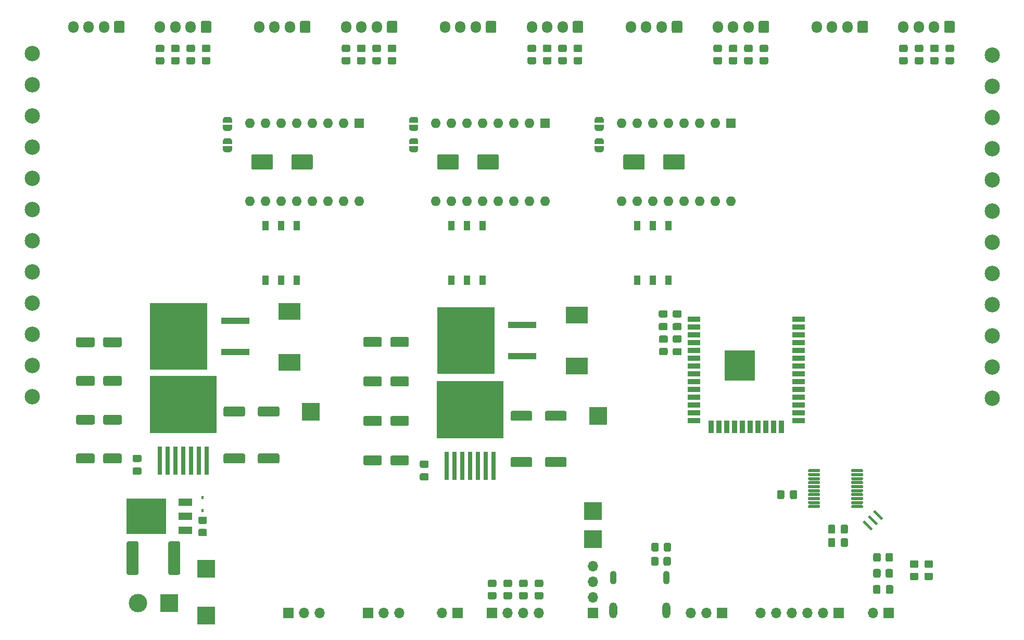
<source format=gbr>
%TF.GenerationSoftware,KiCad,Pcbnew,(5.1.9)-1*%
%TF.CreationDate,2021-08-07T22:14:23+02:00*%
%TF.ProjectId,Arm_Mainboard,41726d5f-4d61-4696-9e62-6f6172642e6b,rev?*%
%TF.SameCoordinates,Original*%
%TF.FileFunction,Soldermask,Top*%
%TF.FilePolarity,Negative*%
%FSLAX46Y46*%
G04 Gerber Fmt 4.6, Leading zero omitted, Abs format (unit mm)*
G04 Created by KiCad (PCBNEW (5.1.9)-1) date 2021-08-07 22:14:23*
%MOMM*%
%LPD*%
G01*
G04 APERTURE LIST*
%ADD10O,1.600000X1.600000*%
%ADD11R,1.600000X1.600000*%
%ADD12R,0.450000X0.600000*%
%ADD13R,4.600000X1.100000*%
%ADD14R,9.400000X10.800000*%
%ADD15O,1.100000X2.200000*%
%ADD16O,1.300000X2.600000*%
%ADD17O,1.700000X1.700000*%
%ADD18R,1.700000X1.700000*%
%ADD19R,3.000000X3.000000*%
%ADD20C,3.000000*%
%ADD21C,0.100000*%
%ADD22O,1.700000X1.950000*%
%ADD23C,2.500000*%
%ADD24R,3.600000X2.700000*%
%ADD25R,2.200000X1.200000*%
%ADD26R,6.400000X5.800000*%
%ADD27R,1.100000X1.500000*%
%ADD28R,5.000000X5.000000*%
%ADD29R,2.000000X0.900000*%
%ADD30R,0.900000X2.000000*%
%ADD31R,10.800000X9.400000*%
%ADD32R,0.800000X4.600000*%
G04 APERTURE END LIST*
D10*
%TO.C,A3*%
X185443328Y-80720000D03*
X167663328Y-68020000D03*
X182903328Y-80720000D03*
X170203328Y-68020000D03*
X180363328Y-80720000D03*
X172743328Y-68020000D03*
X177823328Y-80720000D03*
X175283328Y-68020000D03*
X175283328Y-80720000D03*
X177823328Y-68020000D03*
X172743328Y-80720000D03*
X180363328Y-68020000D03*
X170203328Y-80720000D03*
X182903328Y-68020000D03*
X167663328Y-80720000D03*
D11*
X185443328Y-68020000D03*
%TD*%
%TO.C,A1*%
X124967776Y-68020000D03*
D10*
X107187776Y-80720000D03*
X122427776Y-68020000D03*
X109727776Y-80720000D03*
X119887776Y-68020000D03*
X112267776Y-80720000D03*
X117347776Y-68020000D03*
X114807776Y-80720000D03*
X114807776Y-68020000D03*
X117347776Y-80720000D03*
X112267776Y-68020000D03*
X119887776Y-80720000D03*
X109727776Y-68020000D03*
X122427776Y-80720000D03*
X107187776Y-68020000D03*
X124967776Y-80720000D03*
%TD*%
%TO.C,A2*%
X155205552Y-80720000D03*
X137425552Y-68020000D03*
X152665552Y-80720000D03*
X139965552Y-68020000D03*
X150125552Y-80720000D03*
X142505552Y-68020000D03*
X147585552Y-80720000D03*
X145045552Y-68020000D03*
X145045552Y-80720000D03*
X147585552Y-68020000D03*
X142505552Y-80720000D03*
X150125552Y-68020000D03*
X139965552Y-80720000D03*
X152665552Y-68020000D03*
X137425552Y-80720000D03*
D11*
X155205552Y-68020000D03*
%TD*%
%TO.C,C1*%
G36*
G01*
X177145000Y-105835000D02*
X176195000Y-105835000D01*
G75*
G02*
X175945000Y-105585000I0J250000D01*
G01*
X175945000Y-104910000D01*
G75*
G02*
X176195000Y-104660000I250000J0D01*
G01*
X177145000Y-104660000D01*
G75*
G02*
X177395000Y-104910000I0J-250000D01*
G01*
X177395000Y-105585000D01*
G75*
G02*
X177145000Y-105835000I-250000J0D01*
G01*
G37*
G36*
G01*
X177145000Y-103760000D02*
X176195000Y-103760000D01*
G75*
G02*
X175945000Y-103510000I0J250000D01*
G01*
X175945000Y-102835000D01*
G75*
G02*
X176195000Y-102585000I250000J0D01*
G01*
X177145000Y-102585000D01*
G75*
G02*
X177395000Y-102835000I0J-250000D01*
G01*
X177395000Y-103510000D01*
G75*
G02*
X177145000Y-103760000I-250000J0D01*
G01*
G37*
%TD*%
%TO.C,C2*%
G36*
G01*
X174855000Y-101755000D02*
X173905000Y-101755000D01*
G75*
G02*
X173655000Y-101505000I0J250000D01*
G01*
X173655000Y-100830000D01*
G75*
G02*
X173905000Y-100580000I250000J0D01*
G01*
X174855000Y-100580000D01*
G75*
G02*
X175105000Y-100830000I0J-250000D01*
G01*
X175105000Y-101505000D01*
G75*
G02*
X174855000Y-101755000I-250000J0D01*
G01*
G37*
G36*
G01*
X174855000Y-99680000D02*
X173905000Y-99680000D01*
G75*
G02*
X173655000Y-99430000I0J250000D01*
G01*
X173655000Y-98755000D01*
G75*
G02*
X173905000Y-98505000I250000J0D01*
G01*
X174855000Y-98505000D01*
G75*
G02*
X175105000Y-98755000I0J-250000D01*
G01*
X175105000Y-99430000D01*
G75*
G02*
X174855000Y-99680000I-250000J0D01*
G01*
G37*
%TD*%
%TO.C,C3*%
G36*
G01*
X177135000Y-99680000D02*
X176185000Y-99680000D01*
G75*
G02*
X175935000Y-99430000I0J250000D01*
G01*
X175935000Y-98755000D01*
G75*
G02*
X176185000Y-98505000I250000J0D01*
G01*
X177135000Y-98505000D01*
G75*
G02*
X177385000Y-98755000I0J-250000D01*
G01*
X177385000Y-99430000D01*
G75*
G02*
X177135000Y-99680000I-250000J0D01*
G01*
G37*
G36*
G01*
X177135000Y-101755000D02*
X176185000Y-101755000D01*
G75*
G02*
X175935000Y-101505000I0J250000D01*
G01*
X175935000Y-100830000D01*
G75*
G02*
X176185000Y-100580000I250000J0D01*
G01*
X177135000Y-100580000D01*
G75*
G02*
X177385000Y-100830000I0J-250000D01*
G01*
X177385000Y-101505000D01*
G75*
G02*
X177135000Y-101755000I-250000J0D01*
G01*
G37*
%TD*%
%TO.C,C4*%
G36*
G01*
X210610000Y-144445000D02*
X210610000Y-143495000D01*
G75*
G02*
X210860000Y-143245000I250000J0D01*
G01*
X211535000Y-143245000D01*
G75*
G02*
X211785000Y-143495000I0J-250000D01*
G01*
X211785000Y-144445000D01*
G75*
G02*
X211535000Y-144695000I-250000J0D01*
G01*
X210860000Y-144695000D01*
G75*
G02*
X210610000Y-144445000I0J250000D01*
G01*
G37*
G36*
G01*
X208535000Y-144445000D02*
X208535000Y-143495000D01*
G75*
G02*
X208785000Y-143245000I250000J0D01*
G01*
X209460000Y-143245000D01*
G75*
G02*
X209710000Y-143495000I0J-250000D01*
G01*
X209710000Y-144445000D01*
G75*
G02*
X209460000Y-144695000I-250000J0D01*
G01*
X208785000Y-144695000D01*
G75*
G02*
X208535000Y-144445000I0J250000D01*
G01*
G37*
%TD*%
%TO.C,C5*%
G36*
G01*
X192925000Y-128995000D02*
X192925000Y-128045000D01*
G75*
G02*
X193175000Y-127795000I250000J0D01*
G01*
X193850000Y-127795000D01*
G75*
G02*
X194100000Y-128045000I0J-250000D01*
G01*
X194100000Y-128995000D01*
G75*
G02*
X193850000Y-129245000I-250000J0D01*
G01*
X193175000Y-129245000D01*
G75*
G02*
X192925000Y-128995000I0J250000D01*
G01*
G37*
G36*
G01*
X195000000Y-128995000D02*
X195000000Y-128045000D01*
G75*
G02*
X195250000Y-127795000I250000J0D01*
G01*
X195925000Y-127795000D01*
G75*
G02*
X196175000Y-128045000I0J-250000D01*
G01*
X196175000Y-128995000D01*
G75*
G02*
X195925000Y-129245000I-250000J0D01*
G01*
X195250000Y-129245000D01*
G75*
G02*
X195000000Y-128995000I0J250000D01*
G01*
G37*
%TD*%
%TO.C,C6*%
G36*
G01*
X202375000Y-135845000D02*
X202375000Y-136795000D01*
G75*
G02*
X202125000Y-137045000I-250000J0D01*
G01*
X201450000Y-137045000D01*
G75*
G02*
X201200000Y-136795000I0J250000D01*
G01*
X201200000Y-135845000D01*
G75*
G02*
X201450000Y-135595000I250000J0D01*
G01*
X202125000Y-135595000D01*
G75*
G02*
X202375000Y-135845000I0J-250000D01*
G01*
G37*
G36*
G01*
X204450000Y-135845000D02*
X204450000Y-136795000D01*
G75*
G02*
X204200000Y-137045000I-250000J0D01*
G01*
X203525000Y-137045000D01*
G75*
G02*
X203275000Y-136795000I0J250000D01*
G01*
X203275000Y-135845000D01*
G75*
G02*
X203525000Y-135595000I250000J0D01*
G01*
X204200000Y-135595000D01*
G75*
G02*
X204450000Y-135845000I0J-250000D01*
G01*
G37*
%TD*%
%TO.C,C7*%
G36*
G01*
X202375000Y-133675000D02*
X202375000Y-134625000D01*
G75*
G02*
X202125000Y-134875000I-250000J0D01*
G01*
X201450000Y-134875000D01*
G75*
G02*
X201200000Y-134625000I0J250000D01*
G01*
X201200000Y-133675000D01*
G75*
G02*
X201450000Y-133425000I250000J0D01*
G01*
X202125000Y-133425000D01*
G75*
G02*
X202375000Y-133675000I0J-250000D01*
G01*
G37*
G36*
G01*
X204450000Y-133675000D02*
X204450000Y-134625000D01*
G75*
G02*
X204200000Y-134875000I-250000J0D01*
G01*
X203525000Y-134875000D01*
G75*
G02*
X203275000Y-134625000I0J250000D01*
G01*
X203275000Y-133675000D01*
G75*
G02*
X203525000Y-133425000I250000J0D01*
G01*
X204200000Y-133425000D01*
G75*
G02*
X204450000Y-133675000I0J-250000D01*
G01*
G37*
%TD*%
%TO.C,C8*%
G36*
G01*
X128630000Y-103110000D02*
X128630000Y-104210000D01*
G75*
G02*
X128380000Y-104460000I-250000J0D01*
G01*
X125880000Y-104460000D01*
G75*
G02*
X125630000Y-104210000I0J250000D01*
G01*
X125630000Y-103110000D01*
G75*
G02*
X125880000Y-102860000I250000J0D01*
G01*
X128380000Y-102860000D01*
G75*
G02*
X128630000Y-103110000I0J-250000D01*
G01*
G37*
G36*
G01*
X133030000Y-103110000D02*
X133030000Y-104210000D01*
G75*
G02*
X132780000Y-104460000I-250000J0D01*
G01*
X130280000Y-104460000D01*
G75*
G02*
X130030000Y-104210000I0J250000D01*
G01*
X130030000Y-103110000D01*
G75*
G02*
X130280000Y-102860000I250000J0D01*
G01*
X132780000Y-102860000D01*
G75*
G02*
X133030000Y-103110000I0J-250000D01*
G01*
G37*
%TD*%
%TO.C,C9*%
G36*
G01*
X86330000Y-122090000D02*
X86330000Y-123190000D01*
G75*
G02*
X86080000Y-123440000I-250000J0D01*
G01*
X83580000Y-123440000D01*
G75*
G02*
X83330000Y-123190000I0J250000D01*
G01*
X83330000Y-122090000D01*
G75*
G02*
X83580000Y-121840000I250000J0D01*
G01*
X86080000Y-121840000D01*
G75*
G02*
X86330000Y-122090000I0J-250000D01*
G01*
G37*
G36*
G01*
X81930000Y-122090000D02*
X81930000Y-123190000D01*
G75*
G02*
X81680000Y-123440000I-250000J0D01*
G01*
X79180000Y-123440000D01*
G75*
G02*
X78930000Y-123190000I0J250000D01*
G01*
X78930000Y-122090000D01*
G75*
G02*
X79180000Y-121840000I250000J0D01*
G01*
X81680000Y-121840000D01*
G75*
G02*
X81930000Y-122090000I0J-250000D01*
G01*
G37*
%TD*%
%TO.C,C10*%
G36*
G01*
X133030000Y-122384999D02*
X133030000Y-123484999D01*
G75*
G02*
X132780000Y-123734999I-250000J0D01*
G01*
X130280000Y-123734999D01*
G75*
G02*
X130030000Y-123484999I0J250000D01*
G01*
X130030000Y-122384999D01*
G75*
G02*
X130280000Y-122134999I250000J0D01*
G01*
X132780000Y-122134999D01*
G75*
G02*
X133030000Y-122384999I0J-250000D01*
G01*
G37*
G36*
G01*
X128630000Y-122384999D02*
X128630000Y-123484999D01*
G75*
G02*
X128380000Y-123734999I-250000J0D01*
G01*
X125880000Y-123734999D01*
G75*
G02*
X125630000Y-123484999I0J250000D01*
G01*
X125630000Y-122384999D01*
G75*
G02*
X125880000Y-122134999I250000J0D01*
G01*
X128380000Y-122134999D01*
G75*
G02*
X128630000Y-122384999I0J-250000D01*
G01*
G37*
%TD*%
%TO.C,C11*%
G36*
G01*
X81930000Y-103140000D02*
X81930000Y-104240000D01*
G75*
G02*
X81680000Y-104490000I-250000J0D01*
G01*
X79180000Y-104490000D01*
G75*
G02*
X78930000Y-104240000I0J250000D01*
G01*
X78930000Y-103140000D01*
G75*
G02*
X79180000Y-102890000I250000J0D01*
G01*
X81680000Y-102890000D01*
G75*
G02*
X81930000Y-103140000I0J-250000D01*
G01*
G37*
G36*
G01*
X86330000Y-103140000D02*
X86330000Y-104240000D01*
G75*
G02*
X86080000Y-104490000I-250000J0D01*
G01*
X83580000Y-104490000D01*
G75*
G02*
X83330000Y-104240000I0J250000D01*
G01*
X83330000Y-103140000D01*
G75*
G02*
X83580000Y-102890000I250000J0D01*
G01*
X86080000Y-102890000D01*
G75*
G02*
X86330000Y-103140000I0J-250000D01*
G01*
G37*
%TD*%
%TO.C,C12*%
G36*
G01*
X128630000Y-115959998D02*
X128630000Y-117059998D01*
G75*
G02*
X128380000Y-117309998I-250000J0D01*
G01*
X125880000Y-117309998D01*
G75*
G02*
X125630000Y-117059998I0J250000D01*
G01*
X125630000Y-115959998D01*
G75*
G02*
X125880000Y-115709998I250000J0D01*
G01*
X128380000Y-115709998D01*
G75*
G02*
X128630000Y-115959998I0J-250000D01*
G01*
G37*
G36*
G01*
X133030000Y-115959998D02*
X133030000Y-117059998D01*
G75*
G02*
X132780000Y-117309998I-250000J0D01*
G01*
X130280000Y-117309998D01*
G75*
G02*
X130030000Y-117059998I0J250000D01*
G01*
X130030000Y-115959998D01*
G75*
G02*
X130280000Y-115709998I250000J0D01*
G01*
X132780000Y-115709998D01*
G75*
G02*
X133030000Y-115959998I0J-250000D01*
G01*
G37*
%TD*%
%TO.C,C13*%
G36*
G01*
X86330000Y-115773332D02*
X86330000Y-116873332D01*
G75*
G02*
X86080000Y-117123332I-250000J0D01*
G01*
X83580000Y-117123332D01*
G75*
G02*
X83330000Y-116873332I0J250000D01*
G01*
X83330000Y-115773332D01*
G75*
G02*
X83580000Y-115523332I250000J0D01*
G01*
X86080000Y-115523332D01*
G75*
G02*
X86330000Y-115773332I0J-250000D01*
G01*
G37*
G36*
G01*
X81930000Y-115773332D02*
X81930000Y-116873332D01*
G75*
G02*
X81680000Y-117123332I-250000J0D01*
G01*
X79180000Y-117123332D01*
G75*
G02*
X78930000Y-116873332I0J250000D01*
G01*
X78930000Y-115773332D01*
G75*
G02*
X79180000Y-115523332I250000J0D01*
G01*
X81680000Y-115523332D01*
G75*
G02*
X81930000Y-115773332I0J-250000D01*
G01*
G37*
%TD*%
%TO.C,C14*%
G36*
G01*
X133030000Y-109534999D02*
X133030000Y-110634999D01*
G75*
G02*
X132780000Y-110884999I-250000J0D01*
G01*
X130280000Y-110884999D01*
G75*
G02*
X130030000Y-110634999I0J250000D01*
G01*
X130030000Y-109534999D01*
G75*
G02*
X130280000Y-109284999I250000J0D01*
G01*
X132780000Y-109284999D01*
G75*
G02*
X133030000Y-109534999I0J-250000D01*
G01*
G37*
G36*
G01*
X128630000Y-109534999D02*
X128630000Y-110634999D01*
G75*
G02*
X128380000Y-110884999I-250000J0D01*
G01*
X125880000Y-110884999D01*
G75*
G02*
X125630000Y-110634999I0J250000D01*
G01*
X125630000Y-109534999D01*
G75*
G02*
X125880000Y-109284999I250000J0D01*
G01*
X128380000Y-109284999D01*
G75*
G02*
X128630000Y-109534999I0J-250000D01*
G01*
G37*
%TD*%
%TO.C,C15*%
G36*
G01*
X81930000Y-109456666D02*
X81930000Y-110556666D01*
G75*
G02*
X81680000Y-110806666I-250000J0D01*
G01*
X79180000Y-110806666D01*
G75*
G02*
X78930000Y-110556666I0J250000D01*
G01*
X78930000Y-109456666D01*
G75*
G02*
X79180000Y-109206666I250000J0D01*
G01*
X81680000Y-109206666D01*
G75*
G02*
X81930000Y-109456666I0J-250000D01*
G01*
G37*
G36*
G01*
X86330000Y-109456666D02*
X86330000Y-110556666D01*
G75*
G02*
X86080000Y-110806666I-250000J0D01*
G01*
X83580000Y-110806666D01*
G75*
G02*
X83330000Y-110556666I0J250000D01*
G01*
X83330000Y-109456666D01*
G75*
G02*
X83580000Y-109206666I250000J0D01*
G01*
X86080000Y-109206666D01*
G75*
G02*
X86330000Y-109456666I0J-250000D01*
G01*
G37*
%TD*%
%TO.C,C16*%
G36*
G01*
X136005000Y-126215000D02*
X135055000Y-126215000D01*
G75*
G02*
X134805000Y-125965000I0J250000D01*
G01*
X134805000Y-125290000D01*
G75*
G02*
X135055000Y-125040000I250000J0D01*
G01*
X136005000Y-125040000D01*
G75*
G02*
X136255000Y-125290000I0J-250000D01*
G01*
X136255000Y-125965000D01*
G75*
G02*
X136005000Y-126215000I-250000J0D01*
G01*
G37*
G36*
G01*
X136005000Y-124140000D02*
X135055000Y-124140000D01*
G75*
G02*
X134805000Y-123890000I0J250000D01*
G01*
X134805000Y-123215000D01*
G75*
G02*
X135055000Y-122965000I250000J0D01*
G01*
X136005000Y-122965000D01*
G75*
G02*
X136255000Y-123215000I0J-250000D01*
G01*
X136255000Y-123890000D01*
G75*
G02*
X136005000Y-124140000I-250000J0D01*
G01*
G37*
%TD*%
%TO.C,C17*%
G36*
G01*
X89305000Y-125285000D02*
X88355000Y-125285000D01*
G75*
G02*
X88105000Y-125035000I0J250000D01*
G01*
X88105000Y-124360000D01*
G75*
G02*
X88355000Y-124110000I250000J0D01*
G01*
X89305000Y-124110000D01*
G75*
G02*
X89555000Y-124360000I0J-250000D01*
G01*
X89555000Y-125035000D01*
G75*
G02*
X89305000Y-125285000I-250000J0D01*
G01*
G37*
G36*
G01*
X89305000Y-123210000D02*
X88355000Y-123210000D01*
G75*
G02*
X88105000Y-122960000I0J250000D01*
G01*
X88105000Y-122285000D01*
G75*
G02*
X88355000Y-122035000I250000J0D01*
G01*
X89305000Y-122035000D01*
G75*
G02*
X89555000Y-122285000I0J-250000D01*
G01*
X89555000Y-122960000D01*
G75*
G02*
X89305000Y-123210000I-250000J0D01*
G01*
G37*
%TD*%
%TO.C,C18*%
G36*
G01*
X149580000Y-123770000D02*
X149580000Y-122670000D01*
G75*
G02*
X149830000Y-122420000I250000J0D01*
G01*
X152830000Y-122420000D01*
G75*
G02*
X153080000Y-122670000I0J-250000D01*
G01*
X153080000Y-123770000D01*
G75*
G02*
X152830000Y-124020000I-250000J0D01*
G01*
X149830000Y-124020000D01*
G75*
G02*
X149580000Y-123770000I0J250000D01*
G01*
G37*
G36*
G01*
X155180000Y-123770000D02*
X155180000Y-122670000D01*
G75*
G02*
X155430000Y-122420000I250000J0D01*
G01*
X158430000Y-122420000D01*
G75*
G02*
X158680000Y-122670000I0J-250000D01*
G01*
X158680000Y-123770000D01*
G75*
G02*
X158430000Y-124020000I-250000J0D01*
G01*
X155430000Y-124020000D01*
G75*
G02*
X155180000Y-123770000I0J250000D01*
G01*
G37*
%TD*%
%TO.C,C19*%
G36*
G01*
X108480000Y-115540000D02*
X108480000Y-114440000D01*
G75*
G02*
X108730000Y-114190000I250000J0D01*
G01*
X111730000Y-114190000D01*
G75*
G02*
X111980000Y-114440000I0J-250000D01*
G01*
X111980000Y-115540000D01*
G75*
G02*
X111730000Y-115790000I-250000J0D01*
G01*
X108730000Y-115790000D01*
G75*
G02*
X108480000Y-115540000I0J250000D01*
G01*
G37*
G36*
G01*
X102880000Y-115540000D02*
X102880000Y-114440000D01*
G75*
G02*
X103130000Y-114190000I250000J0D01*
G01*
X106130000Y-114190000D01*
G75*
G02*
X106380000Y-114440000I0J-250000D01*
G01*
X106380000Y-115540000D01*
G75*
G02*
X106130000Y-115790000I-250000J0D01*
G01*
X103130000Y-115790000D01*
G75*
G02*
X102880000Y-115540000I0J250000D01*
G01*
G37*
%TD*%
%TO.C,C20*%
G36*
G01*
X155180000Y-116250000D02*
X155180000Y-115150000D01*
G75*
G02*
X155430000Y-114900000I250000J0D01*
G01*
X158430000Y-114900000D01*
G75*
G02*
X158680000Y-115150000I0J-250000D01*
G01*
X158680000Y-116250000D01*
G75*
G02*
X158430000Y-116500000I-250000J0D01*
G01*
X155430000Y-116500000D01*
G75*
G02*
X155180000Y-116250000I0J250000D01*
G01*
G37*
G36*
G01*
X149580000Y-116250000D02*
X149580000Y-115150000D01*
G75*
G02*
X149830000Y-114900000I250000J0D01*
G01*
X152830000Y-114900000D01*
G75*
G02*
X153080000Y-115150000I0J-250000D01*
G01*
X153080000Y-116250000D01*
G75*
G02*
X152830000Y-116500000I-250000J0D01*
G01*
X149830000Y-116500000D01*
G75*
G02*
X149580000Y-116250000I0J250000D01*
G01*
G37*
%TD*%
%TO.C,C21*%
G36*
G01*
X102880000Y-123190000D02*
X102880000Y-122090000D01*
G75*
G02*
X103130000Y-121840000I250000J0D01*
G01*
X106130000Y-121840000D01*
G75*
G02*
X106380000Y-122090000I0J-250000D01*
G01*
X106380000Y-123190000D01*
G75*
G02*
X106130000Y-123440000I-250000J0D01*
G01*
X103130000Y-123440000D01*
G75*
G02*
X102880000Y-123190000I0J250000D01*
G01*
G37*
G36*
G01*
X108480000Y-123190000D02*
X108480000Y-122090000D01*
G75*
G02*
X108730000Y-121840000I250000J0D01*
G01*
X111730000Y-121840000D01*
G75*
G02*
X111980000Y-122090000I0J-250000D01*
G01*
X111980000Y-123190000D01*
G75*
G02*
X111730000Y-123440000I-250000J0D01*
G01*
X108730000Y-123440000D01*
G75*
G02*
X108480000Y-123190000I0J250000D01*
G01*
G37*
%TD*%
%TO.C,C22*%
G36*
G01*
X113910276Y-75360000D02*
X113910276Y-73360000D01*
G75*
G02*
X114160276Y-73110000I250000J0D01*
G01*
X117160276Y-73110000D01*
G75*
G02*
X117410276Y-73360000I0J-250000D01*
G01*
X117410276Y-75360000D01*
G75*
G02*
X117160276Y-75610000I-250000J0D01*
G01*
X114160276Y-75610000D01*
G75*
G02*
X113910276Y-75360000I0J250000D01*
G01*
G37*
G36*
G01*
X107410276Y-75360000D02*
X107410276Y-73360000D01*
G75*
G02*
X107660276Y-73110000I250000J0D01*
G01*
X110660276Y-73110000D01*
G75*
G02*
X110910276Y-73360000I0J-250000D01*
G01*
X110910276Y-75360000D01*
G75*
G02*
X110660276Y-75610000I-250000J0D01*
G01*
X107660276Y-75610000D01*
G75*
G02*
X107410276Y-75360000I0J250000D01*
G01*
G37*
%TD*%
%TO.C,C23*%
G36*
G01*
X137648052Y-75360000D02*
X137648052Y-73360000D01*
G75*
G02*
X137898052Y-73110000I250000J0D01*
G01*
X140898052Y-73110000D01*
G75*
G02*
X141148052Y-73360000I0J-250000D01*
G01*
X141148052Y-75360000D01*
G75*
G02*
X140898052Y-75610000I-250000J0D01*
G01*
X137898052Y-75610000D01*
G75*
G02*
X137648052Y-75360000I0J250000D01*
G01*
G37*
G36*
G01*
X144148052Y-75360000D02*
X144148052Y-73360000D01*
G75*
G02*
X144398052Y-73110000I250000J0D01*
G01*
X147398052Y-73110000D01*
G75*
G02*
X147648052Y-73360000I0J-250000D01*
G01*
X147648052Y-75360000D01*
G75*
G02*
X147398052Y-75610000I-250000J0D01*
G01*
X144398052Y-75610000D01*
G75*
G02*
X144148052Y-75360000I0J250000D01*
G01*
G37*
%TD*%
%TO.C,C24*%
G36*
G01*
X167885828Y-75360000D02*
X167885828Y-73360000D01*
G75*
G02*
X168135828Y-73110000I250000J0D01*
G01*
X171135828Y-73110000D01*
G75*
G02*
X171385828Y-73360000I0J-250000D01*
G01*
X171385828Y-75360000D01*
G75*
G02*
X171135828Y-75610000I-250000J0D01*
G01*
X168135828Y-75610000D01*
G75*
G02*
X167885828Y-75360000I0J250000D01*
G01*
G37*
G36*
G01*
X174385828Y-75360000D02*
X174385828Y-73360000D01*
G75*
G02*
X174635828Y-73110000I250000J0D01*
G01*
X177635828Y-73110000D01*
G75*
G02*
X177885828Y-73360000I0J-250000D01*
G01*
X177885828Y-75360000D01*
G75*
G02*
X177635828Y-75610000I-250000J0D01*
G01*
X174635828Y-75610000D01*
G75*
G02*
X174385828Y-75360000I0J250000D01*
G01*
G37*
%TD*%
D12*
%TO.C,D3*%
X99480000Y-129000000D03*
X99480000Y-131100000D03*
%TD*%
D13*
%TO.C,D4*%
X151465000Y-105930000D03*
X151465000Y-100850000D03*
D14*
X142315000Y-103390000D03*
%TD*%
%TO.C,D5*%
X95615000Y-102760000D03*
D13*
X104765000Y-100220000D03*
X104765000Y-105300000D03*
%TD*%
%TO.C,F1*%
G36*
G01*
X87140000Y-141325001D02*
X87140000Y-136374999D01*
G75*
G02*
X87389999Y-136125000I249999J0D01*
G01*
X88815001Y-136125000D01*
G75*
G02*
X89065000Y-136374999I0J-249999D01*
G01*
X89065000Y-141325001D01*
G75*
G02*
X88815001Y-141575000I-249999J0D01*
G01*
X87389999Y-141575000D01*
G75*
G02*
X87140000Y-141325001I0J249999D01*
G01*
G37*
G36*
G01*
X93915000Y-141325001D02*
X93915000Y-136374999D01*
G75*
G02*
X94164999Y-136125000I249999J0D01*
G01*
X95590001Y-136125000D01*
G75*
G02*
X95840000Y-136374999I0J-249999D01*
G01*
X95840000Y-141325001D01*
G75*
G02*
X95590001Y-141575000I-249999J0D01*
G01*
X94164999Y-141575000D01*
G75*
G02*
X93915000Y-141325001I0J249999D01*
G01*
G37*
%TD*%
D15*
%TO.C,USB *%
X174946672Y-142040000D03*
X166306672Y-142040000D03*
D16*
X174946672Y-147400000D03*
X166306672Y-147400000D03*
%TD*%
D17*
%TO.C,RST*%
X208540000Y-147795000D03*
D18*
X211080000Y-147795000D03*
%TD*%
%TO.C,J7*%
X140970000Y-147800000D03*
D17*
X138430000Y-147800000D03*
%TD*%
D19*
%TO.C,J8*%
X94030000Y-146210000D03*
D20*
X88950000Y-146210000D03*
%TD*%
D17*
%TO.C,J9*%
X131510000Y-147800000D03*
X128970000Y-147800000D03*
D18*
X126430000Y-147800000D03*
%TD*%
%TO.C,J10*%
X113440000Y-147800000D03*
D17*
X115980000Y-147800000D03*
X118520000Y-147800000D03*
%TD*%
D21*
%TO.C,12V*%
G36*
X102790602Y-70960000D02*
G01*
X102790602Y-70935466D01*
X102795412Y-70886635D01*
X102804984Y-70838510D01*
X102819228Y-70791555D01*
X102838005Y-70746222D01*
X102861136Y-70702949D01*
X102888396Y-70662150D01*
X102919524Y-70624221D01*
X102954221Y-70589524D01*
X102992150Y-70558396D01*
X103032949Y-70531136D01*
X103076222Y-70508005D01*
X103121555Y-70489228D01*
X103168510Y-70474984D01*
X103216635Y-70465412D01*
X103265466Y-70460602D01*
X103290000Y-70460602D01*
X103290000Y-70460000D01*
X103790000Y-70460000D01*
X103790000Y-70460602D01*
X103814534Y-70460602D01*
X103863365Y-70465412D01*
X103911490Y-70474984D01*
X103958445Y-70489228D01*
X104003778Y-70508005D01*
X104047051Y-70531136D01*
X104087850Y-70558396D01*
X104125779Y-70589524D01*
X104160476Y-70624221D01*
X104191604Y-70662150D01*
X104218864Y-70702949D01*
X104241995Y-70746222D01*
X104260772Y-70791555D01*
X104275016Y-70838510D01*
X104284588Y-70886635D01*
X104289398Y-70935466D01*
X104289398Y-70960000D01*
X104290000Y-70960000D01*
X104290000Y-71460000D01*
X102790000Y-71460000D01*
X102790000Y-70960000D01*
X102790602Y-70960000D01*
G37*
G36*
X104290000Y-71760000D02*
G01*
X104290000Y-72260000D01*
X104289398Y-72260000D01*
X104289398Y-72284534D01*
X104284588Y-72333365D01*
X104275016Y-72381490D01*
X104260772Y-72428445D01*
X104241995Y-72473778D01*
X104218864Y-72517051D01*
X104191604Y-72557850D01*
X104160476Y-72595779D01*
X104125779Y-72630476D01*
X104087850Y-72661604D01*
X104047051Y-72688864D01*
X104003778Y-72711995D01*
X103958445Y-72730772D01*
X103911490Y-72745016D01*
X103863365Y-72754588D01*
X103814534Y-72759398D01*
X103790000Y-72759398D01*
X103790000Y-72760000D01*
X103290000Y-72760000D01*
X103290000Y-72759398D01*
X103265466Y-72759398D01*
X103216635Y-72754588D01*
X103168510Y-72745016D01*
X103121555Y-72730772D01*
X103076222Y-72711995D01*
X103032949Y-72688864D01*
X102992150Y-72661604D01*
X102954221Y-72630476D01*
X102919524Y-72595779D01*
X102888396Y-72557850D01*
X102861136Y-72517051D01*
X102838005Y-72473778D01*
X102819228Y-72428445D01*
X102804984Y-72381490D01*
X102795412Y-72333365D01*
X102790602Y-72284534D01*
X102790602Y-72260000D01*
X102790000Y-72260000D01*
X102790000Y-71760000D01*
X104290000Y-71760000D01*
G37*
%TD*%
%TO.C,5V*%
G36*
X102790602Y-67490000D02*
G01*
X102790602Y-67465466D01*
X102795412Y-67416635D01*
X102804984Y-67368510D01*
X102819228Y-67321555D01*
X102838005Y-67276222D01*
X102861136Y-67232949D01*
X102888396Y-67192150D01*
X102919524Y-67154221D01*
X102954221Y-67119524D01*
X102992150Y-67088396D01*
X103032949Y-67061136D01*
X103076222Y-67038005D01*
X103121555Y-67019228D01*
X103168510Y-67004984D01*
X103216635Y-66995412D01*
X103265466Y-66990602D01*
X103290000Y-66990602D01*
X103290000Y-66990000D01*
X103790000Y-66990000D01*
X103790000Y-66990602D01*
X103814534Y-66990602D01*
X103863365Y-66995412D01*
X103911490Y-67004984D01*
X103958445Y-67019228D01*
X104003778Y-67038005D01*
X104047051Y-67061136D01*
X104087850Y-67088396D01*
X104125779Y-67119524D01*
X104160476Y-67154221D01*
X104191604Y-67192150D01*
X104218864Y-67232949D01*
X104241995Y-67276222D01*
X104260772Y-67321555D01*
X104275016Y-67368510D01*
X104284588Y-67416635D01*
X104289398Y-67465466D01*
X104289398Y-67490000D01*
X104290000Y-67490000D01*
X104290000Y-67990000D01*
X102790000Y-67990000D01*
X102790000Y-67490000D01*
X102790602Y-67490000D01*
G37*
G36*
X104290000Y-68290000D02*
G01*
X104290000Y-68790000D01*
X104289398Y-68790000D01*
X104289398Y-68814534D01*
X104284588Y-68863365D01*
X104275016Y-68911490D01*
X104260772Y-68958445D01*
X104241995Y-69003778D01*
X104218864Y-69047051D01*
X104191604Y-69087850D01*
X104160476Y-69125779D01*
X104125779Y-69160476D01*
X104087850Y-69191604D01*
X104047051Y-69218864D01*
X104003778Y-69241995D01*
X103958445Y-69260772D01*
X103911490Y-69275016D01*
X103863365Y-69284588D01*
X103814534Y-69289398D01*
X103790000Y-69289398D01*
X103790000Y-69290000D01*
X103290000Y-69290000D01*
X103290000Y-69289398D01*
X103265466Y-69289398D01*
X103216635Y-69284588D01*
X103168510Y-69275016D01*
X103121555Y-69260772D01*
X103076222Y-69241995D01*
X103032949Y-69218864D01*
X102992150Y-69191604D01*
X102954221Y-69160476D01*
X102919524Y-69125779D01*
X102888396Y-69087850D01*
X102861136Y-69047051D01*
X102838005Y-69003778D01*
X102819228Y-68958445D01*
X102804984Y-68911490D01*
X102795412Y-68863365D01*
X102790602Y-68814534D01*
X102790602Y-68790000D01*
X102790000Y-68790000D01*
X102790000Y-68290000D01*
X104290000Y-68290000D01*
G37*
%TD*%
%TO.C,J14*%
G36*
G01*
X117017776Y-51635000D02*
X117017776Y-53085000D01*
G75*
G02*
X116767776Y-53335000I-250000J0D01*
G01*
X115567776Y-53335000D01*
G75*
G02*
X115317776Y-53085000I0J250000D01*
G01*
X115317776Y-51635000D01*
G75*
G02*
X115567776Y-51385000I250000J0D01*
G01*
X116767776Y-51385000D01*
G75*
G02*
X117017776Y-51635000I0J-250000D01*
G01*
G37*
D22*
X113667776Y-52360000D03*
X111167776Y-52360000D03*
X108667776Y-52360000D03*
%TD*%
D21*
%TO.C,12V*%
G36*
X134560000Y-71760000D02*
G01*
X134560000Y-72260000D01*
X134559398Y-72260000D01*
X134559398Y-72284534D01*
X134554588Y-72333365D01*
X134545016Y-72381490D01*
X134530772Y-72428445D01*
X134511995Y-72473778D01*
X134488864Y-72517051D01*
X134461604Y-72557850D01*
X134430476Y-72595779D01*
X134395779Y-72630476D01*
X134357850Y-72661604D01*
X134317051Y-72688864D01*
X134273778Y-72711995D01*
X134228445Y-72730772D01*
X134181490Y-72745016D01*
X134133365Y-72754588D01*
X134084534Y-72759398D01*
X134060000Y-72759398D01*
X134060000Y-72760000D01*
X133560000Y-72760000D01*
X133560000Y-72759398D01*
X133535466Y-72759398D01*
X133486635Y-72754588D01*
X133438510Y-72745016D01*
X133391555Y-72730772D01*
X133346222Y-72711995D01*
X133302949Y-72688864D01*
X133262150Y-72661604D01*
X133224221Y-72630476D01*
X133189524Y-72595779D01*
X133158396Y-72557850D01*
X133131136Y-72517051D01*
X133108005Y-72473778D01*
X133089228Y-72428445D01*
X133074984Y-72381490D01*
X133065412Y-72333365D01*
X133060602Y-72284534D01*
X133060602Y-72260000D01*
X133060000Y-72260000D01*
X133060000Y-71760000D01*
X134560000Y-71760000D01*
G37*
G36*
X133060602Y-70960000D02*
G01*
X133060602Y-70935466D01*
X133065412Y-70886635D01*
X133074984Y-70838510D01*
X133089228Y-70791555D01*
X133108005Y-70746222D01*
X133131136Y-70702949D01*
X133158396Y-70662150D01*
X133189524Y-70624221D01*
X133224221Y-70589524D01*
X133262150Y-70558396D01*
X133302949Y-70531136D01*
X133346222Y-70508005D01*
X133391555Y-70489228D01*
X133438510Y-70474984D01*
X133486635Y-70465412D01*
X133535466Y-70460602D01*
X133560000Y-70460602D01*
X133560000Y-70460000D01*
X134060000Y-70460000D01*
X134060000Y-70460602D01*
X134084534Y-70460602D01*
X134133365Y-70465412D01*
X134181490Y-70474984D01*
X134228445Y-70489228D01*
X134273778Y-70508005D01*
X134317051Y-70531136D01*
X134357850Y-70558396D01*
X134395779Y-70589524D01*
X134430476Y-70624221D01*
X134461604Y-70662150D01*
X134488864Y-70702949D01*
X134511995Y-70746222D01*
X134530772Y-70791555D01*
X134545016Y-70838510D01*
X134554588Y-70886635D01*
X134559398Y-70935466D01*
X134559398Y-70960000D01*
X134560000Y-70960000D01*
X134560000Y-71460000D01*
X133060000Y-71460000D01*
X133060000Y-70960000D01*
X133060602Y-70960000D01*
G37*
%TD*%
D22*
%TO.C,J16*%
X199350000Y-52360000D03*
X201850000Y-52360000D03*
X204350000Y-52360000D03*
G36*
G01*
X207700000Y-51635000D02*
X207700000Y-53085000D01*
G75*
G02*
X207450000Y-53335000I-250000J0D01*
G01*
X206250000Y-53335000D01*
G75*
G02*
X206000000Y-53085000I0J250000D01*
G01*
X206000000Y-51635000D01*
G75*
G02*
X206250000Y-51385000I250000J0D01*
G01*
X207450000Y-51385000D01*
G75*
G02*
X207700000Y-51635000I0J-250000D01*
G01*
G37*
%TD*%
%TO.C,AXIS1*%
G36*
G01*
X86780000Y-51635000D02*
X86780000Y-53085000D01*
G75*
G02*
X86530000Y-53335000I-250000J0D01*
G01*
X85330000Y-53335000D01*
G75*
G02*
X85080000Y-53085000I0J250000D01*
G01*
X85080000Y-51635000D01*
G75*
G02*
X85330000Y-51385000I250000J0D01*
G01*
X86530000Y-51385000D01*
G75*
G02*
X86780000Y-51635000I0J-250000D01*
G01*
G37*
X83430000Y-52360000D03*
X80930000Y-52360000D03*
X78430000Y-52360000D03*
%TD*%
D23*
%TO.C,J19*%
X227890000Y-112869999D03*
X227890000Y-107789999D03*
X227890000Y-102709999D03*
X227890000Y-97629999D03*
X227890000Y-92549999D03*
X227890000Y-87469999D03*
X227890000Y-82389999D03*
X227890000Y-77309999D03*
X227890000Y-72229999D03*
X227890000Y-67149999D03*
X227890000Y-62069999D03*
X227890000Y-56989999D03*
%TD*%
%TO.C,J20*%
X71750000Y-112550000D03*
X71750000Y-107470000D03*
X71750000Y-102390000D03*
X71750000Y-97310000D03*
X71750000Y-92230000D03*
X71750000Y-87150000D03*
X71750000Y-82070000D03*
X71750000Y-76990000D03*
X71750000Y-71910000D03*
X71750000Y-66830000D03*
X71750000Y-61750000D03*
X71750000Y-56670000D03*
%TD*%
D21*
%TO.C,5V*%
G36*
X134560000Y-68290000D02*
G01*
X134560000Y-68790000D01*
X134559398Y-68790000D01*
X134559398Y-68814534D01*
X134554588Y-68863365D01*
X134545016Y-68911490D01*
X134530772Y-68958445D01*
X134511995Y-69003778D01*
X134488864Y-69047051D01*
X134461604Y-69087850D01*
X134430476Y-69125779D01*
X134395779Y-69160476D01*
X134357850Y-69191604D01*
X134317051Y-69218864D01*
X134273778Y-69241995D01*
X134228445Y-69260772D01*
X134181490Y-69275016D01*
X134133365Y-69284588D01*
X134084534Y-69289398D01*
X134060000Y-69289398D01*
X134060000Y-69290000D01*
X133560000Y-69290000D01*
X133560000Y-69289398D01*
X133535466Y-69289398D01*
X133486635Y-69284588D01*
X133438510Y-69275016D01*
X133391555Y-69260772D01*
X133346222Y-69241995D01*
X133302949Y-69218864D01*
X133262150Y-69191604D01*
X133224221Y-69160476D01*
X133189524Y-69125779D01*
X133158396Y-69087850D01*
X133131136Y-69047051D01*
X133108005Y-69003778D01*
X133089228Y-68958445D01*
X133074984Y-68911490D01*
X133065412Y-68863365D01*
X133060602Y-68814534D01*
X133060602Y-68790000D01*
X133060000Y-68790000D01*
X133060000Y-68290000D01*
X134560000Y-68290000D01*
G37*
G36*
X133060602Y-67490000D02*
G01*
X133060602Y-67465466D01*
X133065412Y-67416635D01*
X133074984Y-67368510D01*
X133089228Y-67321555D01*
X133108005Y-67276222D01*
X133131136Y-67232949D01*
X133158396Y-67192150D01*
X133189524Y-67154221D01*
X133224221Y-67119524D01*
X133262150Y-67088396D01*
X133302949Y-67061136D01*
X133346222Y-67038005D01*
X133391555Y-67019228D01*
X133438510Y-67004984D01*
X133486635Y-66995412D01*
X133535466Y-66990602D01*
X133560000Y-66990602D01*
X133560000Y-66990000D01*
X134060000Y-66990000D01*
X134060000Y-66990602D01*
X134084534Y-66990602D01*
X134133365Y-66995412D01*
X134181490Y-67004984D01*
X134228445Y-67019228D01*
X134273778Y-67038005D01*
X134317051Y-67061136D01*
X134357850Y-67088396D01*
X134395779Y-67119524D01*
X134430476Y-67154221D01*
X134461604Y-67192150D01*
X134488864Y-67232949D01*
X134511995Y-67276222D01*
X134530772Y-67321555D01*
X134545016Y-67368510D01*
X134554588Y-67416635D01*
X134559398Y-67465466D01*
X134559398Y-67490000D01*
X134560000Y-67490000D01*
X134560000Y-67990000D01*
X133060000Y-67990000D01*
X133060000Y-67490000D01*
X133060602Y-67490000D01*
G37*
%TD*%
%TO.C,J22*%
G36*
G01*
X147255552Y-51635000D02*
X147255552Y-53085000D01*
G75*
G02*
X147005552Y-53335000I-250000J0D01*
G01*
X145805552Y-53335000D01*
G75*
G02*
X145555552Y-53085000I0J250000D01*
G01*
X145555552Y-51635000D01*
G75*
G02*
X145805552Y-51385000I250000J0D01*
G01*
X147005552Y-51385000D01*
G75*
G02*
X147255552Y-51635000I0J-250000D01*
G01*
G37*
D22*
X143905552Y-52360000D03*
X141405552Y-52360000D03*
X138905552Y-52360000D03*
%TD*%
D21*
%TO.C,12V*%
G36*
X164730000Y-71760000D02*
G01*
X164730000Y-72260000D01*
X164729398Y-72260000D01*
X164729398Y-72284534D01*
X164724588Y-72333365D01*
X164715016Y-72381490D01*
X164700772Y-72428445D01*
X164681995Y-72473778D01*
X164658864Y-72517051D01*
X164631604Y-72557850D01*
X164600476Y-72595779D01*
X164565779Y-72630476D01*
X164527850Y-72661604D01*
X164487051Y-72688864D01*
X164443778Y-72711995D01*
X164398445Y-72730772D01*
X164351490Y-72745016D01*
X164303365Y-72754588D01*
X164254534Y-72759398D01*
X164230000Y-72759398D01*
X164230000Y-72760000D01*
X163730000Y-72760000D01*
X163730000Y-72759398D01*
X163705466Y-72759398D01*
X163656635Y-72754588D01*
X163608510Y-72745016D01*
X163561555Y-72730772D01*
X163516222Y-72711995D01*
X163472949Y-72688864D01*
X163432150Y-72661604D01*
X163394221Y-72630476D01*
X163359524Y-72595779D01*
X163328396Y-72557850D01*
X163301136Y-72517051D01*
X163278005Y-72473778D01*
X163259228Y-72428445D01*
X163244984Y-72381490D01*
X163235412Y-72333365D01*
X163230602Y-72284534D01*
X163230602Y-72260000D01*
X163230000Y-72260000D01*
X163230000Y-71760000D01*
X164730000Y-71760000D01*
G37*
G36*
X163230602Y-70960000D02*
G01*
X163230602Y-70935466D01*
X163235412Y-70886635D01*
X163244984Y-70838510D01*
X163259228Y-70791555D01*
X163278005Y-70746222D01*
X163301136Y-70702949D01*
X163328396Y-70662150D01*
X163359524Y-70624221D01*
X163394221Y-70589524D01*
X163432150Y-70558396D01*
X163472949Y-70531136D01*
X163516222Y-70508005D01*
X163561555Y-70489228D01*
X163608510Y-70474984D01*
X163656635Y-70465412D01*
X163705466Y-70460602D01*
X163730000Y-70460602D01*
X163730000Y-70460000D01*
X164230000Y-70460000D01*
X164230000Y-70460602D01*
X164254534Y-70460602D01*
X164303365Y-70465412D01*
X164351490Y-70474984D01*
X164398445Y-70489228D01*
X164443778Y-70508005D01*
X164487051Y-70531136D01*
X164527850Y-70558396D01*
X164565779Y-70589524D01*
X164600476Y-70624221D01*
X164631604Y-70662150D01*
X164658864Y-70702949D01*
X164681995Y-70746222D01*
X164700772Y-70791555D01*
X164715016Y-70838510D01*
X164724588Y-70886635D01*
X164729398Y-70935466D01*
X164729398Y-70960000D01*
X164730000Y-70960000D01*
X164730000Y-71460000D01*
X163230000Y-71460000D01*
X163230000Y-70960000D01*
X163230602Y-70960000D01*
G37*
%TD*%
%TO.C,5V*%
G36*
X163230602Y-67490000D02*
G01*
X163230602Y-67465466D01*
X163235412Y-67416635D01*
X163244984Y-67368510D01*
X163259228Y-67321555D01*
X163278005Y-67276222D01*
X163301136Y-67232949D01*
X163328396Y-67192150D01*
X163359524Y-67154221D01*
X163394221Y-67119524D01*
X163432150Y-67088396D01*
X163472949Y-67061136D01*
X163516222Y-67038005D01*
X163561555Y-67019228D01*
X163608510Y-67004984D01*
X163656635Y-66995412D01*
X163705466Y-66990602D01*
X163730000Y-66990602D01*
X163730000Y-66990000D01*
X164230000Y-66990000D01*
X164230000Y-66990602D01*
X164254534Y-66990602D01*
X164303365Y-66995412D01*
X164351490Y-67004984D01*
X164398445Y-67019228D01*
X164443778Y-67038005D01*
X164487051Y-67061136D01*
X164527850Y-67088396D01*
X164565779Y-67119524D01*
X164600476Y-67154221D01*
X164631604Y-67192150D01*
X164658864Y-67232949D01*
X164681995Y-67276222D01*
X164700772Y-67321555D01*
X164715016Y-67368510D01*
X164724588Y-67416635D01*
X164729398Y-67465466D01*
X164729398Y-67490000D01*
X164730000Y-67490000D01*
X164730000Y-67990000D01*
X163230000Y-67990000D01*
X163230000Y-67490000D01*
X163230602Y-67490000D01*
G37*
G36*
X164730000Y-68290000D02*
G01*
X164730000Y-68790000D01*
X164729398Y-68790000D01*
X164729398Y-68814534D01*
X164724588Y-68863365D01*
X164715016Y-68911490D01*
X164700772Y-68958445D01*
X164681995Y-69003778D01*
X164658864Y-69047051D01*
X164631604Y-69087850D01*
X164600476Y-69125779D01*
X164565779Y-69160476D01*
X164527850Y-69191604D01*
X164487051Y-69218864D01*
X164443778Y-69241995D01*
X164398445Y-69260772D01*
X164351490Y-69275016D01*
X164303365Y-69284588D01*
X164254534Y-69289398D01*
X164230000Y-69289398D01*
X164230000Y-69290000D01*
X163730000Y-69290000D01*
X163730000Y-69289398D01*
X163705466Y-69289398D01*
X163656635Y-69284588D01*
X163608510Y-69275016D01*
X163561555Y-69260772D01*
X163516222Y-69241995D01*
X163472949Y-69218864D01*
X163432150Y-69191604D01*
X163394221Y-69160476D01*
X163359524Y-69125779D01*
X163328396Y-69087850D01*
X163301136Y-69047051D01*
X163278005Y-69003778D01*
X163259228Y-68958445D01*
X163244984Y-68911490D01*
X163235412Y-68863365D01*
X163230602Y-68814534D01*
X163230602Y-68790000D01*
X163230000Y-68790000D01*
X163230000Y-68290000D01*
X164730000Y-68290000D01*
G37*
%TD*%
%TO.C,J26*%
G36*
G01*
X177493328Y-51635000D02*
X177493328Y-53085000D01*
G75*
G02*
X177243328Y-53335000I-250000J0D01*
G01*
X176043328Y-53335000D01*
G75*
G02*
X175793328Y-53085000I0J250000D01*
G01*
X175793328Y-51635000D01*
G75*
G02*
X176043328Y-51385000I250000J0D01*
G01*
X177243328Y-51385000D01*
G75*
G02*
X177493328Y-51635000I0J-250000D01*
G01*
G37*
D22*
X174143328Y-52360000D03*
X171643328Y-52360000D03*
X169143328Y-52360000D03*
%TD*%
%TO.C,J27*%
X92548888Y-52360000D03*
X95048888Y-52360000D03*
X97548888Y-52360000D03*
G36*
G01*
X100898888Y-51635000D02*
X100898888Y-53085000D01*
G75*
G02*
X100648888Y-53335000I-250000J0D01*
G01*
X99448888Y-53335000D01*
G75*
G02*
X99198888Y-53085000I0J250000D01*
G01*
X99198888Y-51635000D01*
G75*
G02*
X99448888Y-51385000I250000J0D01*
G01*
X100648888Y-51385000D01*
G75*
G02*
X100898888Y-51635000I0J-250000D01*
G01*
G37*
%TD*%
%TO.C,J28*%
G36*
G01*
X221800000Y-51635000D02*
X221800000Y-53085000D01*
G75*
G02*
X221550000Y-53335000I-250000J0D01*
G01*
X220350000Y-53335000D01*
G75*
G02*
X220100000Y-53085000I0J250000D01*
G01*
X220100000Y-51635000D01*
G75*
G02*
X220350000Y-51385000I250000J0D01*
G01*
X221550000Y-51385000D01*
G75*
G02*
X221800000Y-51635000I0J-250000D01*
G01*
G37*
X218450000Y-52360000D03*
X215950000Y-52360000D03*
X213450000Y-52360000D03*
%TD*%
%TO.C,J29*%
X122810000Y-52360000D03*
X125310000Y-52360000D03*
X127810000Y-52360000D03*
G36*
G01*
X131160000Y-51635000D02*
X131160000Y-53085000D01*
G75*
G02*
X130910000Y-53335000I-250000J0D01*
G01*
X129710000Y-53335000D01*
G75*
G02*
X129460000Y-53085000I0J250000D01*
G01*
X129460000Y-51635000D01*
G75*
G02*
X129710000Y-51385000I250000J0D01*
G01*
X130910000Y-51385000D01*
G75*
G02*
X131160000Y-51635000I0J-250000D01*
G01*
G37*
%TD*%
%TO.C,J30*%
X153024440Y-52360000D03*
X155524440Y-52360000D03*
X158024440Y-52360000D03*
G36*
G01*
X161374440Y-51635000D02*
X161374440Y-53085000D01*
G75*
G02*
X161124440Y-53335000I-250000J0D01*
G01*
X159924440Y-53335000D01*
G75*
G02*
X159674440Y-53085000I0J250000D01*
G01*
X159674440Y-51635000D01*
G75*
G02*
X159924440Y-51385000I250000J0D01*
G01*
X161124440Y-51385000D01*
G75*
G02*
X161374440Y-51635000I0J-250000D01*
G01*
G37*
%TD*%
%TO.C,J31*%
X183262216Y-52360000D03*
X185762216Y-52360000D03*
X188262216Y-52360000D03*
G36*
G01*
X191612216Y-51635000D02*
X191612216Y-53085000D01*
G75*
G02*
X191362216Y-53335000I-250000J0D01*
G01*
X190162216Y-53335000D01*
G75*
G02*
X189912216Y-53085000I0J250000D01*
G01*
X189912216Y-51635000D01*
G75*
G02*
X190162216Y-51385000I250000J0D01*
G01*
X191362216Y-51385000D01*
G75*
G02*
X191612216Y-51635000I0J-250000D01*
G01*
G37*
%TD*%
D24*
%TO.C,L1*%
X160310000Y-107540000D03*
X160310000Y-99240000D03*
%TD*%
%TO.C,L2*%
X113610000Y-98710000D03*
X113610000Y-107010000D03*
%TD*%
D25*
%TO.C,Q1*%
X96640000Y-134330000D03*
X96640000Y-132050000D03*
X96640000Y-129770000D03*
D26*
X90340000Y-132050000D03*
%TD*%
%TO.C,R1*%
G36*
G01*
X173969999Y-104610000D02*
X174870001Y-104610000D01*
G75*
G02*
X175120000Y-104859999I0J-249999D01*
G01*
X175120000Y-105560001D01*
G75*
G02*
X174870001Y-105810000I-249999J0D01*
G01*
X173969999Y-105810000D01*
G75*
G02*
X173720000Y-105560001I0J249999D01*
G01*
X173720000Y-104859999D01*
G75*
G02*
X173969999Y-104610000I249999J0D01*
G01*
G37*
G36*
G01*
X173969999Y-102610000D02*
X174870001Y-102610000D01*
G75*
G02*
X175120000Y-102859999I0J-249999D01*
G01*
X175120000Y-103560001D01*
G75*
G02*
X174870001Y-103810000I-249999J0D01*
G01*
X173969999Y-103810000D01*
G75*
G02*
X173720000Y-103560001I0J249999D01*
G01*
X173720000Y-102859999D01*
G75*
G02*
X173969999Y-102610000I249999J0D01*
G01*
G37*
%TD*%
%TO.C,R2*%
G36*
G01*
X175670000Y-136629999D02*
X175670000Y-137530001D01*
G75*
G02*
X175420001Y-137780000I-249999J0D01*
G01*
X174719999Y-137780000D01*
G75*
G02*
X174470000Y-137530001I0J249999D01*
G01*
X174470000Y-136629999D01*
G75*
G02*
X174719999Y-136380000I249999J0D01*
G01*
X175420001Y-136380000D01*
G75*
G02*
X175670000Y-136629999I0J-249999D01*
G01*
G37*
G36*
G01*
X173670000Y-136629999D02*
X173670000Y-137530001D01*
G75*
G02*
X173420001Y-137780000I-249999J0D01*
G01*
X172719999Y-137780000D01*
G75*
G02*
X172470000Y-137530001I0J249999D01*
G01*
X172470000Y-136629999D01*
G75*
G02*
X172719999Y-136380000I249999J0D01*
G01*
X173420001Y-136380000D01*
G75*
G02*
X173670000Y-136629999I0J-249999D01*
G01*
G37*
%TD*%
%TO.C,R3*%
G36*
G01*
X173630000Y-138929999D02*
X173630000Y-139830001D01*
G75*
G02*
X173380001Y-140080000I-249999J0D01*
G01*
X172679999Y-140080000D01*
G75*
G02*
X172430000Y-139830001I0J249999D01*
G01*
X172430000Y-138929999D01*
G75*
G02*
X172679999Y-138680000I249999J0D01*
G01*
X173380001Y-138680000D01*
G75*
G02*
X173630000Y-138929999I0J-249999D01*
G01*
G37*
G36*
G01*
X175630000Y-138929999D02*
X175630000Y-139830001D01*
G75*
G02*
X175380001Y-140080000I-249999J0D01*
G01*
X174679999Y-140080000D01*
G75*
G02*
X174430000Y-139830001I0J249999D01*
G01*
X174430000Y-138929999D01*
G75*
G02*
X174679999Y-138680000I249999J0D01*
G01*
X175380001Y-138680000D01*
G75*
G02*
X175630000Y-138929999I0J-249999D01*
G01*
G37*
%TD*%
%TO.C,R4*%
G36*
G01*
X154640001Y-145577500D02*
X153739999Y-145577500D01*
G75*
G02*
X153490000Y-145327501I0J249999D01*
G01*
X153490000Y-144627499D01*
G75*
G02*
X153739999Y-144377500I249999J0D01*
G01*
X154640001Y-144377500D01*
G75*
G02*
X154890000Y-144627499I0J-249999D01*
G01*
X154890000Y-145327501D01*
G75*
G02*
X154640001Y-145577500I-249999J0D01*
G01*
G37*
G36*
G01*
X154640001Y-143577500D02*
X153739999Y-143577500D01*
G75*
G02*
X153490000Y-143327501I0J249999D01*
G01*
X153490000Y-142627499D01*
G75*
G02*
X153739999Y-142377500I249999J0D01*
G01*
X154640001Y-142377500D01*
G75*
G02*
X154890000Y-142627499I0J-249999D01*
G01*
X154890000Y-143327501D01*
G75*
G02*
X154640001Y-143577500I-249999J0D01*
G01*
G37*
%TD*%
%TO.C,R5*%
G36*
G01*
X152100001Y-143577500D02*
X151199999Y-143577500D01*
G75*
G02*
X150950000Y-143327501I0J249999D01*
G01*
X150950000Y-142627499D01*
G75*
G02*
X151199999Y-142377500I249999J0D01*
G01*
X152100001Y-142377500D01*
G75*
G02*
X152350000Y-142627499I0J-249999D01*
G01*
X152350000Y-143327501D01*
G75*
G02*
X152100001Y-143577500I-249999J0D01*
G01*
G37*
G36*
G01*
X152100001Y-145577500D02*
X151199999Y-145577500D01*
G75*
G02*
X150950000Y-145327501I0J249999D01*
G01*
X150950000Y-144627499D01*
G75*
G02*
X151199999Y-144377500I249999J0D01*
G01*
X152100001Y-144377500D01*
G75*
G02*
X152350000Y-144627499I0J-249999D01*
G01*
X152350000Y-145327501D01*
G75*
G02*
X152100001Y-145577500I-249999J0D01*
G01*
G37*
%TD*%
%TO.C,R6*%
G36*
G01*
X149560001Y-145577500D02*
X148659999Y-145577500D01*
G75*
G02*
X148410000Y-145327501I0J249999D01*
G01*
X148410000Y-144627499D01*
G75*
G02*
X148659999Y-144377500I249999J0D01*
G01*
X149560001Y-144377500D01*
G75*
G02*
X149810000Y-144627499I0J-249999D01*
G01*
X149810000Y-145327501D01*
G75*
G02*
X149560001Y-145577500I-249999J0D01*
G01*
G37*
G36*
G01*
X149560001Y-143577500D02*
X148659999Y-143577500D01*
G75*
G02*
X148410000Y-143327501I0J249999D01*
G01*
X148410000Y-142627499D01*
G75*
G02*
X148659999Y-142377500I249999J0D01*
G01*
X149560001Y-142377500D01*
G75*
G02*
X149810000Y-142627499I0J-249999D01*
G01*
X149810000Y-143327501D01*
G75*
G02*
X149560001Y-143577500I-249999J0D01*
G01*
G37*
%TD*%
%TO.C,R7*%
G36*
G01*
X147020001Y-145577500D02*
X146119999Y-145577500D01*
G75*
G02*
X145870000Y-145327501I0J249999D01*
G01*
X145870000Y-144627499D01*
G75*
G02*
X146119999Y-144377500I249999J0D01*
G01*
X147020001Y-144377500D01*
G75*
G02*
X147270000Y-144627499I0J-249999D01*
G01*
X147270000Y-145327501D01*
G75*
G02*
X147020001Y-145577500I-249999J0D01*
G01*
G37*
G36*
G01*
X147020001Y-143577500D02*
X146119999Y-143577500D01*
G75*
G02*
X145870000Y-143327501I0J249999D01*
G01*
X145870000Y-142627499D01*
G75*
G02*
X146119999Y-142377500I249999J0D01*
G01*
X147020001Y-142377500D01*
G75*
G02*
X147270000Y-142627499I0J-249999D01*
G01*
X147270000Y-143327501D01*
G75*
G02*
X147020001Y-143577500I-249999J0D01*
G01*
G37*
%TD*%
%TO.C,R8*%
G36*
G01*
X208560000Y-139190001D02*
X208560000Y-138289999D01*
G75*
G02*
X208809999Y-138040000I249999J0D01*
G01*
X209510001Y-138040000D01*
G75*
G02*
X209760000Y-138289999I0J-249999D01*
G01*
X209760000Y-139190001D01*
G75*
G02*
X209510001Y-139440000I-249999J0D01*
G01*
X208809999Y-139440000D01*
G75*
G02*
X208560000Y-139190001I0J249999D01*
G01*
G37*
G36*
G01*
X210560000Y-139190001D02*
X210560000Y-138289999D01*
G75*
G02*
X210809999Y-138040000I249999J0D01*
G01*
X211510001Y-138040000D01*
G75*
G02*
X211760000Y-138289999I0J-249999D01*
G01*
X211760000Y-139190001D01*
G75*
G02*
X211510001Y-139440000I-249999J0D01*
G01*
X210809999Y-139440000D01*
G75*
G02*
X210560000Y-139190001I0J249999D01*
G01*
G37*
%TD*%
%TO.C,R9*%
G36*
G01*
X218020001Y-140440000D02*
X217119999Y-140440000D01*
G75*
G02*
X216870000Y-140190001I0J249999D01*
G01*
X216870000Y-139489999D01*
G75*
G02*
X217119999Y-139240000I249999J0D01*
G01*
X218020001Y-139240000D01*
G75*
G02*
X218270000Y-139489999I0J-249999D01*
G01*
X218270000Y-140190001D01*
G75*
G02*
X218020001Y-140440000I-249999J0D01*
G01*
G37*
G36*
G01*
X218020001Y-142440000D02*
X217119999Y-142440000D01*
G75*
G02*
X216870000Y-142190001I0J249999D01*
G01*
X216870000Y-141489999D01*
G75*
G02*
X217119999Y-141240000I249999J0D01*
G01*
X218020001Y-141240000D01*
G75*
G02*
X218270000Y-141489999I0J-249999D01*
G01*
X218270000Y-142190001D01*
G75*
G02*
X218020001Y-142440000I-249999J0D01*
G01*
G37*
%TD*%
%TO.C,R10*%
G36*
G01*
X215660001Y-140440000D02*
X214759999Y-140440000D01*
G75*
G02*
X214510000Y-140190001I0J249999D01*
G01*
X214510000Y-139489999D01*
G75*
G02*
X214759999Y-139240000I249999J0D01*
G01*
X215660001Y-139240000D01*
G75*
G02*
X215910000Y-139489999I0J-249999D01*
G01*
X215910000Y-140190001D01*
G75*
G02*
X215660001Y-140440000I-249999J0D01*
G01*
G37*
G36*
G01*
X215660001Y-142440000D02*
X214759999Y-142440000D01*
G75*
G02*
X214510000Y-142190001I0J249999D01*
G01*
X214510000Y-141489999D01*
G75*
G02*
X214759999Y-141240000I249999J0D01*
G01*
X215660001Y-141240000D01*
G75*
G02*
X215910000Y-141489999I0J-249999D01*
G01*
X215910000Y-142190001D01*
G75*
G02*
X215660001Y-142440000I-249999J0D01*
G01*
G37*
%TD*%
%TO.C,R11*%
G36*
G01*
X210560000Y-141790001D02*
X210560000Y-140889999D01*
G75*
G02*
X210809999Y-140640000I249999J0D01*
G01*
X211510001Y-140640000D01*
G75*
G02*
X211760000Y-140889999I0J-249999D01*
G01*
X211760000Y-141790001D01*
G75*
G02*
X211510001Y-142040000I-249999J0D01*
G01*
X210809999Y-142040000D01*
G75*
G02*
X210560000Y-141790001I0J249999D01*
G01*
G37*
G36*
G01*
X208560000Y-141790001D02*
X208560000Y-140889999D01*
G75*
G02*
X208809999Y-140640000I249999J0D01*
G01*
X209510001Y-140640000D01*
G75*
G02*
X209760000Y-140889999I0J-249999D01*
G01*
X209760000Y-141790001D01*
G75*
G02*
X209510001Y-142040000I-249999J0D01*
G01*
X208809999Y-142040000D01*
G75*
G02*
X208560000Y-141790001I0J249999D01*
G01*
G37*
%TD*%
%TO.C,R12*%
G36*
G01*
X99930001Y-135300000D02*
X99029999Y-135300000D01*
G75*
G02*
X98780000Y-135050001I0J249999D01*
G01*
X98780000Y-134349999D01*
G75*
G02*
X99029999Y-134100000I249999J0D01*
G01*
X99930001Y-134100000D01*
G75*
G02*
X100180000Y-134349999I0J-249999D01*
G01*
X100180000Y-135050001D01*
G75*
G02*
X99930001Y-135300000I-249999J0D01*
G01*
G37*
G36*
G01*
X99930001Y-133300000D02*
X99029999Y-133300000D01*
G75*
G02*
X98780000Y-133050001I0J249999D01*
G01*
X98780000Y-132349999D01*
G75*
G02*
X99029999Y-132100000I249999J0D01*
G01*
X99930001Y-132100000D01*
G75*
G02*
X100180000Y-132349999I0J-249999D01*
G01*
X100180000Y-133050001D01*
G75*
G02*
X99930001Y-133300000I-249999J0D01*
G01*
G37*
%TD*%
%TO.C,R13*%
G36*
G01*
X94598887Y-55260000D02*
X95498889Y-55260000D01*
G75*
G02*
X95748888Y-55509999I0J-249999D01*
G01*
X95748888Y-56210001D01*
G75*
G02*
X95498889Y-56460000I-249999J0D01*
G01*
X94598887Y-56460000D01*
G75*
G02*
X94348888Y-56210001I0J249999D01*
G01*
X94348888Y-55509999D01*
G75*
G02*
X94598887Y-55260000I249999J0D01*
G01*
G37*
G36*
G01*
X94598887Y-57260000D02*
X95498889Y-57260000D01*
G75*
G02*
X95748888Y-57509999I0J-249999D01*
G01*
X95748888Y-58210001D01*
G75*
G02*
X95498889Y-58460000I-249999J0D01*
G01*
X94598887Y-58460000D01*
G75*
G02*
X94348888Y-58210001I0J249999D01*
G01*
X94348888Y-57509999D01*
G75*
G02*
X94598887Y-57260000I249999J0D01*
G01*
G37*
%TD*%
%TO.C,R14*%
G36*
G01*
X92098887Y-57270000D02*
X92998889Y-57270000D01*
G75*
G02*
X93248888Y-57519999I0J-249999D01*
G01*
X93248888Y-58220001D01*
G75*
G02*
X92998889Y-58470000I-249999J0D01*
G01*
X92098887Y-58470000D01*
G75*
G02*
X91848888Y-58220001I0J249999D01*
G01*
X91848888Y-57519999D01*
G75*
G02*
X92098887Y-57270000I249999J0D01*
G01*
G37*
G36*
G01*
X92098887Y-55270000D02*
X92998889Y-55270000D01*
G75*
G02*
X93248888Y-55519999I0J-249999D01*
G01*
X93248888Y-56220001D01*
G75*
G02*
X92998889Y-56470000I-249999J0D01*
G01*
X92098887Y-56470000D01*
G75*
G02*
X91848888Y-56220001I0J249999D01*
G01*
X91848888Y-55519999D01*
G75*
G02*
X92098887Y-55270000I249999J0D01*
G01*
G37*
%TD*%
%TO.C,R15*%
G36*
G01*
X97098887Y-55250000D02*
X97998889Y-55250000D01*
G75*
G02*
X98248888Y-55499999I0J-249999D01*
G01*
X98248888Y-56200001D01*
G75*
G02*
X97998889Y-56450000I-249999J0D01*
G01*
X97098887Y-56450000D01*
G75*
G02*
X96848888Y-56200001I0J249999D01*
G01*
X96848888Y-55499999D01*
G75*
G02*
X97098887Y-55250000I249999J0D01*
G01*
G37*
G36*
G01*
X97098887Y-57250000D02*
X97998889Y-57250000D01*
G75*
G02*
X98248888Y-57499999I0J-249999D01*
G01*
X98248888Y-58200001D01*
G75*
G02*
X97998889Y-58450000I-249999J0D01*
G01*
X97098887Y-58450000D01*
G75*
G02*
X96848888Y-58200001I0J249999D01*
G01*
X96848888Y-57499999D01*
G75*
G02*
X97098887Y-57250000I249999J0D01*
G01*
G37*
%TD*%
%TO.C,R16*%
G36*
G01*
X99598887Y-57250000D02*
X100498889Y-57250000D01*
G75*
G02*
X100748888Y-57499999I0J-249999D01*
G01*
X100748888Y-58200001D01*
G75*
G02*
X100498889Y-58450000I-249999J0D01*
G01*
X99598887Y-58450000D01*
G75*
G02*
X99348888Y-58200001I0J249999D01*
G01*
X99348888Y-57499999D01*
G75*
G02*
X99598887Y-57250000I249999J0D01*
G01*
G37*
G36*
G01*
X99598887Y-55250000D02*
X100498889Y-55250000D01*
G75*
G02*
X100748888Y-55499999I0J-249999D01*
G01*
X100748888Y-56200001D01*
G75*
G02*
X100498889Y-56450000I-249999J0D01*
G01*
X99598887Y-56450000D01*
G75*
G02*
X99348888Y-56200001I0J249999D01*
G01*
X99348888Y-55499999D01*
G75*
G02*
X99598887Y-55250000I249999J0D01*
G01*
G37*
%TD*%
%TO.C,R17*%
G36*
G01*
X215549999Y-55250000D02*
X216450001Y-55250000D01*
G75*
G02*
X216700000Y-55499999I0J-249999D01*
G01*
X216700000Y-56200001D01*
G75*
G02*
X216450001Y-56450000I-249999J0D01*
G01*
X215549999Y-56450000D01*
G75*
G02*
X215300000Y-56200001I0J249999D01*
G01*
X215300000Y-55499999D01*
G75*
G02*
X215549999Y-55250000I249999J0D01*
G01*
G37*
G36*
G01*
X215549999Y-57250000D02*
X216450001Y-57250000D01*
G75*
G02*
X216700000Y-57499999I0J-249999D01*
G01*
X216700000Y-58200001D01*
G75*
G02*
X216450001Y-58450000I-249999J0D01*
G01*
X215549999Y-58450000D01*
G75*
G02*
X215300000Y-58200001I0J249999D01*
G01*
X215300000Y-57499999D01*
G75*
G02*
X215549999Y-57250000I249999J0D01*
G01*
G37*
%TD*%
%TO.C,R18*%
G36*
G01*
X212999999Y-57250000D02*
X213900001Y-57250000D01*
G75*
G02*
X214150000Y-57499999I0J-249999D01*
G01*
X214150000Y-58200001D01*
G75*
G02*
X213900001Y-58450000I-249999J0D01*
G01*
X212999999Y-58450000D01*
G75*
G02*
X212750000Y-58200001I0J249999D01*
G01*
X212750000Y-57499999D01*
G75*
G02*
X212999999Y-57250000I249999J0D01*
G01*
G37*
G36*
G01*
X212999999Y-55250000D02*
X213900001Y-55250000D01*
G75*
G02*
X214150000Y-55499999I0J-249999D01*
G01*
X214150000Y-56200001D01*
G75*
G02*
X213900001Y-56450000I-249999J0D01*
G01*
X212999999Y-56450000D01*
G75*
G02*
X212750000Y-56200001I0J249999D01*
G01*
X212750000Y-55499999D01*
G75*
G02*
X212999999Y-55250000I249999J0D01*
G01*
G37*
%TD*%
%TO.C,R19*%
G36*
G01*
X218049999Y-55250000D02*
X218950001Y-55250000D01*
G75*
G02*
X219200000Y-55499999I0J-249999D01*
G01*
X219200000Y-56200001D01*
G75*
G02*
X218950001Y-56450000I-249999J0D01*
G01*
X218049999Y-56450000D01*
G75*
G02*
X217800000Y-56200001I0J249999D01*
G01*
X217800000Y-55499999D01*
G75*
G02*
X218049999Y-55250000I249999J0D01*
G01*
G37*
G36*
G01*
X218049999Y-57250000D02*
X218950001Y-57250000D01*
G75*
G02*
X219200000Y-57499999I0J-249999D01*
G01*
X219200000Y-58200001D01*
G75*
G02*
X218950001Y-58450000I-249999J0D01*
G01*
X218049999Y-58450000D01*
G75*
G02*
X217800000Y-58200001I0J249999D01*
G01*
X217800000Y-57499999D01*
G75*
G02*
X218049999Y-57250000I249999J0D01*
G01*
G37*
%TD*%
%TO.C,R20*%
G36*
G01*
X220549999Y-55250000D02*
X221450001Y-55250000D01*
G75*
G02*
X221700000Y-55499999I0J-249999D01*
G01*
X221700000Y-56200001D01*
G75*
G02*
X221450001Y-56450000I-249999J0D01*
G01*
X220549999Y-56450000D01*
G75*
G02*
X220300000Y-56200001I0J249999D01*
G01*
X220300000Y-55499999D01*
G75*
G02*
X220549999Y-55250000I249999J0D01*
G01*
G37*
G36*
G01*
X220549999Y-57250000D02*
X221450001Y-57250000D01*
G75*
G02*
X221700000Y-57499999I0J-249999D01*
G01*
X221700000Y-58200001D01*
G75*
G02*
X221450001Y-58450000I-249999J0D01*
G01*
X220549999Y-58450000D01*
G75*
G02*
X220300000Y-58200001I0J249999D01*
G01*
X220300000Y-57499999D01*
G75*
G02*
X220549999Y-57250000I249999J0D01*
G01*
G37*
%TD*%
%TO.C,R21*%
G36*
G01*
X124836663Y-55250000D02*
X125736665Y-55250000D01*
G75*
G02*
X125986664Y-55499999I0J-249999D01*
G01*
X125986664Y-56200001D01*
G75*
G02*
X125736665Y-56450000I-249999J0D01*
G01*
X124836663Y-56450000D01*
G75*
G02*
X124586664Y-56200001I0J249999D01*
G01*
X124586664Y-55499999D01*
G75*
G02*
X124836663Y-55250000I249999J0D01*
G01*
G37*
G36*
G01*
X124836663Y-57250000D02*
X125736665Y-57250000D01*
G75*
G02*
X125986664Y-57499999I0J-249999D01*
G01*
X125986664Y-58200001D01*
G75*
G02*
X125736665Y-58450000I-249999J0D01*
G01*
X124836663Y-58450000D01*
G75*
G02*
X124586664Y-58200001I0J249999D01*
G01*
X124586664Y-57499999D01*
G75*
G02*
X124836663Y-57250000I249999J0D01*
G01*
G37*
%TD*%
%TO.C,R22*%
G36*
G01*
X122359999Y-57250000D02*
X123260001Y-57250000D01*
G75*
G02*
X123510000Y-57499999I0J-249999D01*
G01*
X123510000Y-58200001D01*
G75*
G02*
X123260001Y-58450000I-249999J0D01*
G01*
X122359999Y-58450000D01*
G75*
G02*
X122110000Y-58200001I0J249999D01*
G01*
X122110000Y-57499999D01*
G75*
G02*
X122359999Y-57250000I249999J0D01*
G01*
G37*
G36*
G01*
X122359999Y-55250000D02*
X123260001Y-55250000D01*
G75*
G02*
X123510000Y-55499999I0J-249999D01*
G01*
X123510000Y-56200001D01*
G75*
G02*
X123260001Y-56450000I-249999J0D01*
G01*
X122359999Y-56450000D01*
G75*
G02*
X122110000Y-56200001I0J249999D01*
G01*
X122110000Y-55499999D01*
G75*
G02*
X122359999Y-55250000I249999J0D01*
G01*
G37*
%TD*%
%TO.C,R23*%
G36*
G01*
X127336663Y-55250000D02*
X128236665Y-55250000D01*
G75*
G02*
X128486664Y-55499999I0J-249999D01*
G01*
X128486664Y-56200001D01*
G75*
G02*
X128236665Y-56450000I-249999J0D01*
G01*
X127336663Y-56450000D01*
G75*
G02*
X127086664Y-56200001I0J249999D01*
G01*
X127086664Y-55499999D01*
G75*
G02*
X127336663Y-55250000I249999J0D01*
G01*
G37*
G36*
G01*
X127336663Y-57250000D02*
X128236665Y-57250000D01*
G75*
G02*
X128486664Y-57499999I0J-249999D01*
G01*
X128486664Y-58200001D01*
G75*
G02*
X128236665Y-58450000I-249999J0D01*
G01*
X127336663Y-58450000D01*
G75*
G02*
X127086664Y-58200001I0J249999D01*
G01*
X127086664Y-57499999D01*
G75*
G02*
X127336663Y-57250000I249999J0D01*
G01*
G37*
%TD*%
%TO.C,R24*%
G36*
G01*
X129836663Y-57250000D02*
X130736665Y-57250000D01*
G75*
G02*
X130986664Y-57499999I0J-249999D01*
G01*
X130986664Y-58200001D01*
G75*
G02*
X130736665Y-58450000I-249999J0D01*
G01*
X129836663Y-58450000D01*
G75*
G02*
X129586664Y-58200001I0J249999D01*
G01*
X129586664Y-57499999D01*
G75*
G02*
X129836663Y-57250000I249999J0D01*
G01*
G37*
G36*
G01*
X129836663Y-55250000D02*
X130736665Y-55250000D01*
G75*
G02*
X130986664Y-55499999I0J-249999D01*
G01*
X130986664Y-56200001D01*
G75*
G02*
X130736665Y-56450000I-249999J0D01*
G01*
X129836663Y-56450000D01*
G75*
G02*
X129586664Y-56200001I0J249999D01*
G01*
X129586664Y-55499999D01*
G75*
G02*
X129836663Y-55250000I249999J0D01*
G01*
G37*
%TD*%
%TO.C,R25*%
G36*
G01*
X155074439Y-57250000D02*
X155974441Y-57250000D01*
G75*
G02*
X156224440Y-57499999I0J-249999D01*
G01*
X156224440Y-58200001D01*
G75*
G02*
X155974441Y-58450000I-249999J0D01*
G01*
X155074439Y-58450000D01*
G75*
G02*
X154824440Y-58200001I0J249999D01*
G01*
X154824440Y-57499999D01*
G75*
G02*
X155074439Y-57250000I249999J0D01*
G01*
G37*
G36*
G01*
X155074439Y-55250000D02*
X155974441Y-55250000D01*
G75*
G02*
X156224440Y-55499999I0J-249999D01*
G01*
X156224440Y-56200001D01*
G75*
G02*
X155974441Y-56450000I-249999J0D01*
G01*
X155074439Y-56450000D01*
G75*
G02*
X154824440Y-56200001I0J249999D01*
G01*
X154824440Y-55499999D01*
G75*
G02*
X155074439Y-55250000I249999J0D01*
G01*
G37*
%TD*%
%TO.C,R26*%
G36*
G01*
X152574439Y-57250000D02*
X153474441Y-57250000D01*
G75*
G02*
X153724440Y-57499999I0J-249999D01*
G01*
X153724440Y-58200001D01*
G75*
G02*
X153474441Y-58450000I-249999J0D01*
G01*
X152574439Y-58450000D01*
G75*
G02*
X152324440Y-58200001I0J249999D01*
G01*
X152324440Y-57499999D01*
G75*
G02*
X152574439Y-57250000I249999J0D01*
G01*
G37*
G36*
G01*
X152574439Y-55250000D02*
X153474441Y-55250000D01*
G75*
G02*
X153724440Y-55499999I0J-249999D01*
G01*
X153724440Y-56200001D01*
G75*
G02*
X153474441Y-56450000I-249999J0D01*
G01*
X152574439Y-56450000D01*
G75*
G02*
X152324440Y-56200001I0J249999D01*
G01*
X152324440Y-55499999D01*
G75*
G02*
X152574439Y-55250000I249999J0D01*
G01*
G37*
%TD*%
%TO.C,R27*%
G36*
G01*
X157574439Y-57250000D02*
X158474441Y-57250000D01*
G75*
G02*
X158724440Y-57499999I0J-249999D01*
G01*
X158724440Y-58200001D01*
G75*
G02*
X158474441Y-58450000I-249999J0D01*
G01*
X157574439Y-58450000D01*
G75*
G02*
X157324440Y-58200001I0J249999D01*
G01*
X157324440Y-57499999D01*
G75*
G02*
X157574439Y-57250000I249999J0D01*
G01*
G37*
G36*
G01*
X157574439Y-55250000D02*
X158474441Y-55250000D01*
G75*
G02*
X158724440Y-55499999I0J-249999D01*
G01*
X158724440Y-56200001D01*
G75*
G02*
X158474441Y-56450000I-249999J0D01*
G01*
X157574439Y-56450000D01*
G75*
G02*
X157324440Y-56200001I0J249999D01*
G01*
X157324440Y-55499999D01*
G75*
G02*
X157574439Y-55250000I249999J0D01*
G01*
G37*
%TD*%
%TO.C,R28*%
G36*
G01*
X160074439Y-55250000D02*
X160974441Y-55250000D01*
G75*
G02*
X161224440Y-55499999I0J-249999D01*
G01*
X161224440Y-56200001D01*
G75*
G02*
X160974441Y-56450000I-249999J0D01*
G01*
X160074439Y-56450000D01*
G75*
G02*
X159824440Y-56200001I0J249999D01*
G01*
X159824440Y-55499999D01*
G75*
G02*
X160074439Y-55250000I249999J0D01*
G01*
G37*
G36*
G01*
X160074439Y-57250000D02*
X160974441Y-57250000D01*
G75*
G02*
X161224440Y-57499999I0J-249999D01*
G01*
X161224440Y-58200001D01*
G75*
G02*
X160974441Y-58450000I-249999J0D01*
G01*
X160074439Y-58450000D01*
G75*
G02*
X159824440Y-58200001I0J249999D01*
G01*
X159824440Y-57499999D01*
G75*
G02*
X160074439Y-57250000I249999J0D01*
G01*
G37*
%TD*%
%TO.C,R29*%
G36*
G01*
X185312215Y-55250000D02*
X186212217Y-55250000D01*
G75*
G02*
X186462216Y-55499999I0J-249999D01*
G01*
X186462216Y-56200001D01*
G75*
G02*
X186212217Y-56450000I-249999J0D01*
G01*
X185312215Y-56450000D01*
G75*
G02*
X185062216Y-56200001I0J249999D01*
G01*
X185062216Y-55499999D01*
G75*
G02*
X185312215Y-55250000I249999J0D01*
G01*
G37*
G36*
G01*
X185312215Y-57250000D02*
X186212217Y-57250000D01*
G75*
G02*
X186462216Y-57499999I0J-249999D01*
G01*
X186462216Y-58200001D01*
G75*
G02*
X186212217Y-58450000I-249999J0D01*
G01*
X185312215Y-58450000D01*
G75*
G02*
X185062216Y-58200001I0J249999D01*
G01*
X185062216Y-57499999D01*
G75*
G02*
X185312215Y-57250000I249999J0D01*
G01*
G37*
%TD*%
%TO.C,R30*%
G36*
G01*
X182812215Y-57250000D02*
X183712217Y-57250000D01*
G75*
G02*
X183962216Y-57499999I0J-249999D01*
G01*
X183962216Y-58200001D01*
G75*
G02*
X183712217Y-58450000I-249999J0D01*
G01*
X182812215Y-58450000D01*
G75*
G02*
X182562216Y-58200001I0J249999D01*
G01*
X182562216Y-57499999D01*
G75*
G02*
X182812215Y-57250000I249999J0D01*
G01*
G37*
G36*
G01*
X182812215Y-55250000D02*
X183712217Y-55250000D01*
G75*
G02*
X183962216Y-55499999I0J-249999D01*
G01*
X183962216Y-56200001D01*
G75*
G02*
X183712217Y-56450000I-249999J0D01*
G01*
X182812215Y-56450000D01*
G75*
G02*
X182562216Y-56200001I0J249999D01*
G01*
X182562216Y-55499999D01*
G75*
G02*
X182812215Y-55250000I249999J0D01*
G01*
G37*
%TD*%
%TO.C,R31*%
G36*
G01*
X187812215Y-55250000D02*
X188712217Y-55250000D01*
G75*
G02*
X188962216Y-55499999I0J-249999D01*
G01*
X188962216Y-56200001D01*
G75*
G02*
X188712217Y-56450000I-249999J0D01*
G01*
X187812215Y-56450000D01*
G75*
G02*
X187562216Y-56200001I0J249999D01*
G01*
X187562216Y-55499999D01*
G75*
G02*
X187812215Y-55250000I249999J0D01*
G01*
G37*
G36*
G01*
X187812215Y-57250000D02*
X188712217Y-57250000D01*
G75*
G02*
X188962216Y-57499999I0J-249999D01*
G01*
X188962216Y-58200001D01*
G75*
G02*
X188712217Y-58450000I-249999J0D01*
G01*
X187812215Y-58450000D01*
G75*
G02*
X187562216Y-58200001I0J249999D01*
G01*
X187562216Y-57499999D01*
G75*
G02*
X187812215Y-57250000I249999J0D01*
G01*
G37*
%TD*%
%TO.C,R32*%
G36*
G01*
X190312215Y-57250000D02*
X191212217Y-57250000D01*
G75*
G02*
X191462216Y-57499999I0J-249999D01*
G01*
X191462216Y-58200001D01*
G75*
G02*
X191212217Y-58450000I-249999J0D01*
G01*
X190312215Y-58450000D01*
G75*
G02*
X190062216Y-58200001I0J249999D01*
G01*
X190062216Y-57499999D01*
G75*
G02*
X190312215Y-57250000I249999J0D01*
G01*
G37*
G36*
G01*
X190312215Y-55250000D02*
X191212217Y-55250000D01*
G75*
G02*
X191462216Y-55499999I0J-249999D01*
G01*
X191462216Y-56200001D01*
G75*
G02*
X191212217Y-56450000I-249999J0D01*
G01*
X190312215Y-56450000D01*
G75*
G02*
X190062216Y-56200001I0J249999D01*
G01*
X190062216Y-55499999D01*
G75*
G02*
X190312215Y-55250000I249999J0D01*
G01*
G37*
%TD*%
D27*
%TO.C,S1*%
X109727776Y-93610000D03*
X109727776Y-84710000D03*
X112267776Y-93610000D03*
X112267776Y-84710000D03*
X114807776Y-93610000D03*
X114807776Y-84710000D03*
%TD*%
%TO.C,S2*%
X145045552Y-84710000D03*
X145045552Y-93610000D03*
X142505552Y-84710000D03*
X142505552Y-93610000D03*
X139965552Y-84710000D03*
X139965552Y-93610000D03*
%TD*%
%TO.C,S3*%
X170203328Y-93610000D03*
X170203328Y-84710000D03*
X172743328Y-93610000D03*
X172743328Y-84710000D03*
X175283328Y-93610000D03*
X175283328Y-84710000D03*
%TD*%
D19*
%TO.C,D-*%
X162970000Y-135790000D03*
%TD*%
%TO.C,D+*%
X162970000Y-131210000D03*
%TD*%
%TO.C,GND*%
X100080000Y-148215001D03*
%TD*%
%TO.C,12V*%
X100080000Y-140590000D03*
%TD*%
%TO.C,3.3V*%
X163780000Y-115700000D03*
%TD*%
%TO.C,5V*%
X117080000Y-114990000D03*
%TD*%
D28*
%TO.C,U1*%
X186870000Y-107477500D03*
D29*
X179370000Y-99977500D03*
X179370000Y-101247500D03*
X179370000Y-102517500D03*
X179370000Y-103787500D03*
X179370000Y-105057500D03*
X179370000Y-106327500D03*
X179370000Y-107597500D03*
X179370000Y-108867500D03*
X179370000Y-110137500D03*
X179370000Y-111407500D03*
X179370000Y-112677500D03*
X179370000Y-113947500D03*
X179370000Y-115217500D03*
X179370000Y-116487500D03*
D30*
X182155000Y-117487500D03*
X183425000Y-117487500D03*
X184695000Y-117487500D03*
X185965000Y-117487500D03*
X187235000Y-117487500D03*
X188505000Y-117487500D03*
X189775000Y-117487500D03*
X191045000Y-117487500D03*
X192315000Y-117487500D03*
X193585000Y-117487500D03*
D29*
X196370000Y-116487500D03*
X196370000Y-115217500D03*
X196370000Y-113947500D03*
X196370000Y-112677500D03*
X196370000Y-111407500D03*
X196370000Y-110137500D03*
X196370000Y-108867500D03*
X196370000Y-107597500D03*
X196370000Y-106327500D03*
X196370000Y-105057500D03*
X196370000Y-103787500D03*
X196370000Y-102517500D03*
X196370000Y-101247500D03*
X196370000Y-99977500D03*
%TD*%
%TO.C,U2*%
G36*
G01*
X206875000Y-130345000D02*
X206875000Y-130595000D01*
G75*
G02*
X206750000Y-130720000I-125000J0D01*
G01*
X205100000Y-130720000D01*
G75*
G02*
X204975000Y-130595000I0J125000D01*
G01*
X204975000Y-130345000D01*
G75*
G02*
X205100000Y-130220000I125000J0D01*
G01*
X206750000Y-130220000D01*
G75*
G02*
X206875000Y-130345000I0J-125000D01*
G01*
G37*
G36*
G01*
X206875000Y-129695000D02*
X206875000Y-129945000D01*
G75*
G02*
X206750000Y-130070000I-125000J0D01*
G01*
X205100000Y-130070000D01*
G75*
G02*
X204975000Y-129945000I0J125000D01*
G01*
X204975000Y-129695000D01*
G75*
G02*
X205100000Y-129570000I125000J0D01*
G01*
X206750000Y-129570000D01*
G75*
G02*
X206875000Y-129695000I0J-125000D01*
G01*
G37*
G36*
G01*
X206875000Y-129045000D02*
X206875000Y-129295000D01*
G75*
G02*
X206750000Y-129420000I-125000J0D01*
G01*
X205100000Y-129420000D01*
G75*
G02*
X204975000Y-129295000I0J125000D01*
G01*
X204975000Y-129045000D01*
G75*
G02*
X205100000Y-128920000I125000J0D01*
G01*
X206750000Y-128920000D01*
G75*
G02*
X206875000Y-129045000I0J-125000D01*
G01*
G37*
G36*
G01*
X206875000Y-128395000D02*
X206875000Y-128645000D01*
G75*
G02*
X206750000Y-128770000I-125000J0D01*
G01*
X205100000Y-128770000D01*
G75*
G02*
X204975000Y-128645000I0J125000D01*
G01*
X204975000Y-128395000D01*
G75*
G02*
X205100000Y-128270000I125000J0D01*
G01*
X206750000Y-128270000D01*
G75*
G02*
X206875000Y-128395000I0J-125000D01*
G01*
G37*
G36*
G01*
X206875000Y-127745000D02*
X206875000Y-127995000D01*
G75*
G02*
X206750000Y-128120000I-125000J0D01*
G01*
X205100000Y-128120000D01*
G75*
G02*
X204975000Y-127995000I0J125000D01*
G01*
X204975000Y-127745000D01*
G75*
G02*
X205100000Y-127620000I125000J0D01*
G01*
X206750000Y-127620000D01*
G75*
G02*
X206875000Y-127745000I0J-125000D01*
G01*
G37*
G36*
G01*
X206875000Y-127095000D02*
X206875000Y-127345000D01*
G75*
G02*
X206750000Y-127470000I-125000J0D01*
G01*
X205100000Y-127470000D01*
G75*
G02*
X204975000Y-127345000I0J125000D01*
G01*
X204975000Y-127095000D01*
G75*
G02*
X205100000Y-126970000I125000J0D01*
G01*
X206750000Y-126970000D01*
G75*
G02*
X206875000Y-127095000I0J-125000D01*
G01*
G37*
G36*
G01*
X206875000Y-126445000D02*
X206875000Y-126695000D01*
G75*
G02*
X206750000Y-126820000I-125000J0D01*
G01*
X205100000Y-126820000D01*
G75*
G02*
X204975000Y-126695000I0J125000D01*
G01*
X204975000Y-126445000D01*
G75*
G02*
X205100000Y-126320000I125000J0D01*
G01*
X206750000Y-126320000D01*
G75*
G02*
X206875000Y-126445000I0J-125000D01*
G01*
G37*
G36*
G01*
X206875000Y-125795000D02*
X206875000Y-126045000D01*
G75*
G02*
X206750000Y-126170000I-125000J0D01*
G01*
X205100000Y-126170000D01*
G75*
G02*
X204975000Y-126045000I0J125000D01*
G01*
X204975000Y-125795000D01*
G75*
G02*
X205100000Y-125670000I125000J0D01*
G01*
X206750000Y-125670000D01*
G75*
G02*
X206875000Y-125795000I0J-125000D01*
G01*
G37*
G36*
G01*
X206875000Y-125145000D02*
X206875000Y-125395000D01*
G75*
G02*
X206750000Y-125520000I-125000J0D01*
G01*
X205100000Y-125520000D01*
G75*
G02*
X204975000Y-125395000I0J125000D01*
G01*
X204975000Y-125145000D01*
G75*
G02*
X205100000Y-125020000I125000J0D01*
G01*
X206750000Y-125020000D01*
G75*
G02*
X206875000Y-125145000I0J-125000D01*
G01*
G37*
G36*
G01*
X206875000Y-124495000D02*
X206875000Y-124745000D01*
G75*
G02*
X206750000Y-124870000I-125000J0D01*
G01*
X205100000Y-124870000D01*
G75*
G02*
X204975000Y-124745000I0J125000D01*
G01*
X204975000Y-124495000D01*
G75*
G02*
X205100000Y-124370000I125000J0D01*
G01*
X206750000Y-124370000D01*
G75*
G02*
X206875000Y-124495000I0J-125000D01*
G01*
G37*
G36*
G01*
X199875000Y-124495000D02*
X199875000Y-124745000D01*
G75*
G02*
X199750000Y-124870000I-125000J0D01*
G01*
X198100000Y-124870000D01*
G75*
G02*
X197975000Y-124745000I0J125000D01*
G01*
X197975000Y-124495000D01*
G75*
G02*
X198100000Y-124370000I125000J0D01*
G01*
X199750000Y-124370000D01*
G75*
G02*
X199875000Y-124495000I0J-125000D01*
G01*
G37*
G36*
G01*
X199875000Y-125145000D02*
X199875000Y-125395000D01*
G75*
G02*
X199750000Y-125520000I-125000J0D01*
G01*
X198100000Y-125520000D01*
G75*
G02*
X197975000Y-125395000I0J125000D01*
G01*
X197975000Y-125145000D01*
G75*
G02*
X198100000Y-125020000I125000J0D01*
G01*
X199750000Y-125020000D01*
G75*
G02*
X199875000Y-125145000I0J-125000D01*
G01*
G37*
G36*
G01*
X199875000Y-125795000D02*
X199875000Y-126045000D01*
G75*
G02*
X199750000Y-126170000I-125000J0D01*
G01*
X198100000Y-126170000D01*
G75*
G02*
X197975000Y-126045000I0J125000D01*
G01*
X197975000Y-125795000D01*
G75*
G02*
X198100000Y-125670000I125000J0D01*
G01*
X199750000Y-125670000D01*
G75*
G02*
X199875000Y-125795000I0J-125000D01*
G01*
G37*
G36*
G01*
X199875000Y-126445000D02*
X199875000Y-126695000D01*
G75*
G02*
X199750000Y-126820000I-125000J0D01*
G01*
X198100000Y-126820000D01*
G75*
G02*
X197975000Y-126695000I0J125000D01*
G01*
X197975000Y-126445000D01*
G75*
G02*
X198100000Y-126320000I125000J0D01*
G01*
X199750000Y-126320000D01*
G75*
G02*
X199875000Y-126445000I0J-125000D01*
G01*
G37*
G36*
G01*
X199875000Y-127095000D02*
X199875000Y-127345000D01*
G75*
G02*
X199750000Y-127470000I-125000J0D01*
G01*
X198100000Y-127470000D01*
G75*
G02*
X197975000Y-127345000I0J125000D01*
G01*
X197975000Y-127095000D01*
G75*
G02*
X198100000Y-126970000I125000J0D01*
G01*
X199750000Y-126970000D01*
G75*
G02*
X199875000Y-127095000I0J-125000D01*
G01*
G37*
G36*
G01*
X199875000Y-127745000D02*
X199875000Y-127995000D01*
G75*
G02*
X199750000Y-128120000I-125000J0D01*
G01*
X198100000Y-128120000D01*
G75*
G02*
X197975000Y-127995000I0J125000D01*
G01*
X197975000Y-127745000D01*
G75*
G02*
X198100000Y-127620000I125000J0D01*
G01*
X199750000Y-127620000D01*
G75*
G02*
X199875000Y-127745000I0J-125000D01*
G01*
G37*
G36*
G01*
X199875000Y-128395000D02*
X199875000Y-128645000D01*
G75*
G02*
X199750000Y-128770000I-125000J0D01*
G01*
X198100000Y-128770000D01*
G75*
G02*
X197975000Y-128645000I0J125000D01*
G01*
X197975000Y-128395000D01*
G75*
G02*
X198100000Y-128270000I125000J0D01*
G01*
X199750000Y-128270000D01*
G75*
G02*
X199875000Y-128395000I0J-125000D01*
G01*
G37*
G36*
G01*
X199875000Y-129045000D02*
X199875000Y-129295000D01*
G75*
G02*
X199750000Y-129420000I-125000J0D01*
G01*
X198100000Y-129420000D01*
G75*
G02*
X197975000Y-129295000I0J125000D01*
G01*
X197975000Y-129045000D01*
G75*
G02*
X198100000Y-128920000I125000J0D01*
G01*
X199750000Y-128920000D01*
G75*
G02*
X199875000Y-129045000I0J-125000D01*
G01*
G37*
G36*
G01*
X199875000Y-129695000D02*
X199875000Y-129945000D01*
G75*
G02*
X199750000Y-130070000I-125000J0D01*
G01*
X198100000Y-130070000D01*
G75*
G02*
X197975000Y-129945000I0J125000D01*
G01*
X197975000Y-129695000D01*
G75*
G02*
X198100000Y-129570000I125000J0D01*
G01*
X199750000Y-129570000D01*
G75*
G02*
X199875000Y-129695000I0J-125000D01*
G01*
G37*
G36*
G01*
X199875000Y-130345000D02*
X199875000Y-130595000D01*
G75*
G02*
X199750000Y-130720000I-125000J0D01*
G01*
X198100000Y-130720000D01*
G75*
G02*
X197975000Y-130595000I0J125000D01*
G01*
X197975000Y-130345000D01*
G75*
G02*
X198100000Y-130220000I125000J0D01*
G01*
X199750000Y-130220000D01*
G75*
G02*
X199875000Y-130345000I0J-125000D01*
G01*
G37*
%TD*%
D31*
%TO.C,U3*%
X143020000Y-114725000D03*
D32*
X146830000Y-123875000D03*
X145560000Y-123875000D03*
X144290000Y-123875000D03*
X143020000Y-123875000D03*
X141750000Y-123875000D03*
X140480000Y-123875000D03*
X139210000Y-123875000D03*
%TD*%
%TO.C,U4*%
X92510000Y-122995000D03*
X93780000Y-122995000D03*
X95050000Y-122995000D03*
X96320000Y-122995000D03*
X97590000Y-122995000D03*
X98860000Y-122995000D03*
X100130000Y-122995000D03*
D31*
X96320000Y-113845000D03*
%TD*%
D21*
%TO.C,Y1*%
G36*
X208819670Y-131006827D02*
G01*
X210163173Y-132350330D01*
X209880330Y-132633173D01*
X208536827Y-131289670D01*
X208819670Y-131006827D01*
G37*
G36*
X207971142Y-131855355D02*
G01*
X209314645Y-133198858D01*
X209031802Y-133481701D01*
X207688299Y-132138198D01*
X207971142Y-131855355D01*
G37*
G36*
X207122614Y-132703883D02*
G01*
X208466117Y-134047386D01*
X208183274Y-134330229D01*
X206839771Y-132986726D01*
X207122614Y-132703883D01*
G37*
%TD*%
D18*
%TO.C,J2*%
X146570000Y-147800000D03*
D17*
X149110000Y-147800000D03*
X151650000Y-147800000D03*
X154190000Y-147800000D03*
%TD*%
%TO.C,J4*%
X162970000Y-140180000D03*
X162970000Y-142720000D03*
X162970000Y-145260000D03*
D18*
X162970000Y-147800000D03*
%TD*%
%TO.C,MCP2200_GPIO*%
X202890000Y-147795000D03*
D17*
X200350000Y-147795000D03*
X197810000Y-147795000D03*
X195270000Y-147795000D03*
X192730000Y-147795000D03*
X190190000Y-147795000D03*
%TD*%
D18*
%TO.C,J6*%
X183980000Y-147795000D03*
D17*
X181440000Y-147795000D03*
X178900000Y-147795000D03*
%TD*%
M02*

</source>
